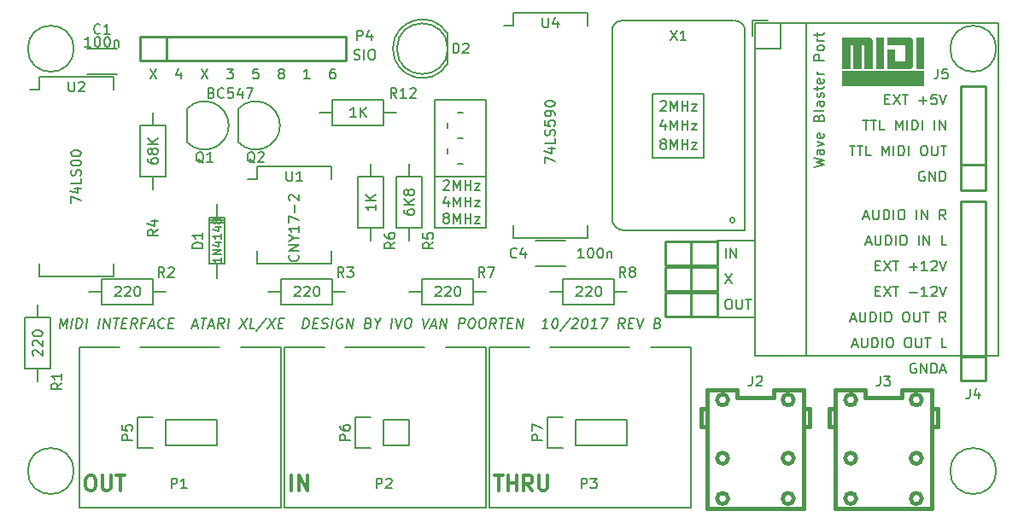
<source format=gto>
G04 #@! TF.FileFunction,Legend,Top*
%FSLAX46Y46*%
G04 Gerber Fmt 4.6, Leading zero omitted, Abs format (unit mm)*
G04 Created by KiCad (PCBNEW 4.0.5+dfsg1-4) date Fri Oct 27 15:57:28 2017*
%MOMM*%
%LPD*%
G01*
G04 APERTURE LIST*
%ADD10C,0.100000*%
%ADD11C,0.200000*%
%ADD12C,0.180000*%
%ADD13C,0.300000*%
%ADD14C,0.150000*%
%ADD15C,0.254000*%
%ADD16C,0.381000*%
%ADD17C,0.010000*%
G04 APERTURE END LIST*
D10*
D11*
X114046000Y-35560000D02*
X114554000Y-35560000D01*
X114046000Y-33020000D02*
X114554000Y-33020000D01*
X114046000Y-30480000D02*
X114554000Y-30480000D01*
X113030000Y-34036000D02*
X113030000Y-34544000D01*
X113030000Y-31496000D02*
X113030000Y-32004000D01*
X111760000Y-29210000D02*
X111760000Y-36830000D01*
X114300000Y-29210000D02*
X111760000Y-29210000D01*
X116840000Y-29210000D02*
X116840000Y-36830000D01*
X114300000Y-29210000D02*
X116840000Y-29210000D01*
X111760000Y-36830000D02*
X116840000Y-36830000D01*
X133350000Y-34925000D02*
X133350000Y-28575000D01*
X138430000Y-34925000D02*
X133350000Y-34925000D01*
X138430000Y-28575000D02*
X138430000Y-34925000D01*
X133350000Y-28575000D02*
X138430000Y-28575000D01*
X139700000Y-43180000D02*
X143510000Y-43180000D01*
X139700000Y-50800000D02*
X143510000Y-50800000D01*
X116840000Y-41910000D02*
X116840000Y-36830000D01*
X111760000Y-41910000D02*
X116840000Y-41910000D01*
X111760000Y-36830000D02*
X111760000Y-41910000D01*
X159417143Y-55380000D02*
X159321905Y-55332381D01*
X159179048Y-55332381D01*
X159036190Y-55380000D01*
X158940952Y-55475238D01*
X158893333Y-55570476D01*
X158845714Y-55760952D01*
X158845714Y-55903810D01*
X158893333Y-56094286D01*
X158940952Y-56189524D01*
X159036190Y-56284762D01*
X159179048Y-56332381D01*
X159274286Y-56332381D01*
X159417143Y-56284762D01*
X159464762Y-56237143D01*
X159464762Y-55903810D01*
X159274286Y-55903810D01*
X159893333Y-56332381D02*
X159893333Y-55332381D01*
X160464762Y-56332381D01*
X160464762Y-55332381D01*
X160940952Y-56332381D02*
X160940952Y-55332381D01*
X161179047Y-55332381D01*
X161321905Y-55380000D01*
X161417143Y-55475238D01*
X161464762Y-55570476D01*
X161512381Y-55760952D01*
X161512381Y-55903810D01*
X161464762Y-56094286D01*
X161417143Y-56189524D01*
X161321905Y-56284762D01*
X161179047Y-56332381D01*
X160940952Y-56332381D01*
X161893333Y-56046667D02*
X162369524Y-56046667D01*
X161798095Y-56332381D02*
X162131428Y-55332381D01*
X162464762Y-56332381D01*
X153131428Y-53506667D02*
X153607619Y-53506667D01*
X153036190Y-53792381D02*
X153369523Y-52792381D01*
X153702857Y-53792381D01*
X154036190Y-52792381D02*
X154036190Y-53601905D01*
X154083809Y-53697143D01*
X154131428Y-53744762D01*
X154226666Y-53792381D01*
X154417143Y-53792381D01*
X154512381Y-53744762D01*
X154560000Y-53697143D01*
X154607619Y-53601905D01*
X154607619Y-52792381D01*
X155083809Y-53792381D02*
X155083809Y-52792381D01*
X155321904Y-52792381D01*
X155464762Y-52840000D01*
X155560000Y-52935238D01*
X155607619Y-53030476D01*
X155655238Y-53220952D01*
X155655238Y-53363810D01*
X155607619Y-53554286D01*
X155560000Y-53649524D01*
X155464762Y-53744762D01*
X155321904Y-53792381D01*
X155083809Y-53792381D01*
X156083809Y-53792381D02*
X156083809Y-52792381D01*
X156750475Y-52792381D02*
X156940952Y-52792381D01*
X157036190Y-52840000D01*
X157131428Y-52935238D01*
X157179047Y-53125714D01*
X157179047Y-53459048D01*
X157131428Y-53649524D01*
X157036190Y-53744762D01*
X156940952Y-53792381D01*
X156750475Y-53792381D01*
X156655237Y-53744762D01*
X156559999Y-53649524D01*
X156512380Y-53459048D01*
X156512380Y-53125714D01*
X156559999Y-52935238D01*
X156655237Y-52840000D01*
X156750475Y-52792381D01*
X158559999Y-52792381D02*
X158750476Y-52792381D01*
X158845714Y-52840000D01*
X158940952Y-52935238D01*
X158988571Y-53125714D01*
X158988571Y-53459048D01*
X158940952Y-53649524D01*
X158845714Y-53744762D01*
X158750476Y-53792381D01*
X158559999Y-53792381D01*
X158464761Y-53744762D01*
X158369523Y-53649524D01*
X158321904Y-53459048D01*
X158321904Y-53125714D01*
X158369523Y-52935238D01*
X158464761Y-52840000D01*
X158559999Y-52792381D01*
X159417142Y-52792381D02*
X159417142Y-53601905D01*
X159464761Y-53697143D01*
X159512380Y-53744762D01*
X159607618Y-53792381D01*
X159798095Y-53792381D01*
X159893333Y-53744762D01*
X159940952Y-53697143D01*
X159988571Y-53601905D01*
X159988571Y-52792381D01*
X160321904Y-52792381D02*
X160893333Y-52792381D01*
X160607618Y-53792381D02*
X160607618Y-52792381D01*
X162464762Y-53792381D02*
X161988571Y-53792381D01*
X161988571Y-52792381D01*
X152940952Y-50966667D02*
X153417143Y-50966667D01*
X152845714Y-51252381D02*
X153179047Y-50252381D01*
X153512381Y-51252381D01*
X153845714Y-50252381D02*
X153845714Y-51061905D01*
X153893333Y-51157143D01*
X153940952Y-51204762D01*
X154036190Y-51252381D01*
X154226667Y-51252381D01*
X154321905Y-51204762D01*
X154369524Y-51157143D01*
X154417143Y-51061905D01*
X154417143Y-50252381D01*
X154893333Y-51252381D02*
X154893333Y-50252381D01*
X155131428Y-50252381D01*
X155274286Y-50300000D01*
X155369524Y-50395238D01*
X155417143Y-50490476D01*
X155464762Y-50680952D01*
X155464762Y-50823810D01*
X155417143Y-51014286D01*
X155369524Y-51109524D01*
X155274286Y-51204762D01*
X155131428Y-51252381D01*
X154893333Y-51252381D01*
X155893333Y-51252381D02*
X155893333Y-50252381D01*
X156559999Y-50252381D02*
X156750476Y-50252381D01*
X156845714Y-50300000D01*
X156940952Y-50395238D01*
X156988571Y-50585714D01*
X156988571Y-50919048D01*
X156940952Y-51109524D01*
X156845714Y-51204762D01*
X156750476Y-51252381D01*
X156559999Y-51252381D01*
X156464761Y-51204762D01*
X156369523Y-51109524D01*
X156321904Y-50919048D01*
X156321904Y-50585714D01*
X156369523Y-50395238D01*
X156464761Y-50300000D01*
X156559999Y-50252381D01*
X158369523Y-50252381D02*
X158560000Y-50252381D01*
X158655238Y-50300000D01*
X158750476Y-50395238D01*
X158798095Y-50585714D01*
X158798095Y-50919048D01*
X158750476Y-51109524D01*
X158655238Y-51204762D01*
X158560000Y-51252381D01*
X158369523Y-51252381D01*
X158274285Y-51204762D01*
X158179047Y-51109524D01*
X158131428Y-50919048D01*
X158131428Y-50585714D01*
X158179047Y-50395238D01*
X158274285Y-50300000D01*
X158369523Y-50252381D01*
X159226666Y-50252381D02*
X159226666Y-51061905D01*
X159274285Y-51157143D01*
X159321904Y-51204762D01*
X159417142Y-51252381D01*
X159607619Y-51252381D01*
X159702857Y-51204762D01*
X159750476Y-51157143D01*
X159798095Y-51061905D01*
X159798095Y-50252381D01*
X160131428Y-50252381D02*
X160702857Y-50252381D01*
X160417142Y-51252381D02*
X160417142Y-50252381D01*
X162369524Y-51252381D02*
X162036190Y-50776190D01*
X161798095Y-51252381D02*
X161798095Y-50252381D01*
X162179048Y-50252381D01*
X162274286Y-50300000D01*
X162321905Y-50347619D01*
X162369524Y-50442857D01*
X162369524Y-50585714D01*
X162321905Y-50680952D01*
X162274286Y-50728571D01*
X162179048Y-50776190D01*
X161798095Y-50776190D01*
X155417142Y-48188571D02*
X155750476Y-48188571D01*
X155893333Y-48712381D02*
X155417142Y-48712381D01*
X155417142Y-47712381D01*
X155893333Y-47712381D01*
X156226666Y-47712381D02*
X156893333Y-48712381D01*
X156893333Y-47712381D02*
X156226666Y-48712381D01*
X157131428Y-47712381D02*
X157702857Y-47712381D01*
X157417142Y-48712381D02*
X157417142Y-47712381D01*
X158798095Y-48331429D02*
X159560000Y-48331429D01*
X160560000Y-48712381D02*
X159988571Y-48712381D01*
X160274285Y-48712381D02*
X160274285Y-47712381D01*
X160179047Y-47855238D01*
X160083809Y-47950476D01*
X159988571Y-47998095D01*
X160940952Y-47807619D02*
X160988571Y-47760000D01*
X161083809Y-47712381D01*
X161321905Y-47712381D01*
X161417143Y-47760000D01*
X161464762Y-47807619D01*
X161512381Y-47902857D01*
X161512381Y-47998095D01*
X161464762Y-48140952D01*
X160893333Y-48712381D01*
X161512381Y-48712381D01*
X161798095Y-47712381D02*
X162131428Y-48712381D01*
X162464762Y-47712381D01*
X155417142Y-45648571D02*
X155750476Y-45648571D01*
X155893333Y-46172381D02*
X155417142Y-46172381D01*
X155417142Y-45172381D01*
X155893333Y-45172381D01*
X156226666Y-45172381D02*
X156893333Y-46172381D01*
X156893333Y-45172381D02*
X156226666Y-46172381D01*
X157131428Y-45172381D02*
X157702857Y-45172381D01*
X157417142Y-46172381D02*
X157417142Y-45172381D01*
X158798095Y-45791429D02*
X159560000Y-45791429D01*
X159179048Y-46172381D02*
X159179048Y-45410476D01*
X160560000Y-46172381D02*
X159988571Y-46172381D01*
X160274285Y-46172381D02*
X160274285Y-45172381D01*
X160179047Y-45315238D01*
X160083809Y-45410476D01*
X159988571Y-45458095D01*
X160940952Y-45267619D02*
X160988571Y-45220000D01*
X161083809Y-45172381D01*
X161321905Y-45172381D01*
X161417143Y-45220000D01*
X161464762Y-45267619D01*
X161512381Y-45362857D01*
X161512381Y-45458095D01*
X161464762Y-45600952D01*
X160893333Y-46172381D01*
X161512381Y-46172381D01*
X161798095Y-45172381D02*
X162131428Y-46172381D01*
X162464762Y-45172381D01*
X154464762Y-43346667D02*
X154940953Y-43346667D01*
X154369524Y-43632381D02*
X154702857Y-42632381D01*
X155036191Y-43632381D01*
X155369524Y-42632381D02*
X155369524Y-43441905D01*
X155417143Y-43537143D01*
X155464762Y-43584762D01*
X155560000Y-43632381D01*
X155750477Y-43632381D01*
X155845715Y-43584762D01*
X155893334Y-43537143D01*
X155940953Y-43441905D01*
X155940953Y-42632381D01*
X156417143Y-43632381D02*
X156417143Y-42632381D01*
X156655238Y-42632381D01*
X156798096Y-42680000D01*
X156893334Y-42775238D01*
X156940953Y-42870476D01*
X156988572Y-43060952D01*
X156988572Y-43203810D01*
X156940953Y-43394286D01*
X156893334Y-43489524D01*
X156798096Y-43584762D01*
X156655238Y-43632381D01*
X156417143Y-43632381D01*
X157417143Y-43632381D02*
X157417143Y-42632381D01*
X158083809Y-42632381D02*
X158274286Y-42632381D01*
X158369524Y-42680000D01*
X158464762Y-42775238D01*
X158512381Y-42965714D01*
X158512381Y-43299048D01*
X158464762Y-43489524D01*
X158369524Y-43584762D01*
X158274286Y-43632381D01*
X158083809Y-43632381D01*
X157988571Y-43584762D01*
X157893333Y-43489524D01*
X157845714Y-43299048D01*
X157845714Y-42965714D01*
X157893333Y-42775238D01*
X157988571Y-42680000D01*
X158083809Y-42632381D01*
X159702857Y-43632381D02*
X159702857Y-42632381D01*
X160179047Y-43632381D02*
X160179047Y-42632381D01*
X160750476Y-43632381D01*
X160750476Y-42632381D01*
X162464762Y-43632381D02*
X161988571Y-43632381D01*
X161988571Y-42632381D01*
X154274286Y-40806667D02*
X154750477Y-40806667D01*
X154179048Y-41092381D02*
X154512381Y-40092381D01*
X154845715Y-41092381D01*
X155179048Y-40092381D02*
X155179048Y-40901905D01*
X155226667Y-40997143D01*
X155274286Y-41044762D01*
X155369524Y-41092381D01*
X155560001Y-41092381D01*
X155655239Y-41044762D01*
X155702858Y-40997143D01*
X155750477Y-40901905D01*
X155750477Y-40092381D01*
X156226667Y-41092381D02*
X156226667Y-40092381D01*
X156464762Y-40092381D01*
X156607620Y-40140000D01*
X156702858Y-40235238D01*
X156750477Y-40330476D01*
X156798096Y-40520952D01*
X156798096Y-40663810D01*
X156750477Y-40854286D01*
X156702858Y-40949524D01*
X156607620Y-41044762D01*
X156464762Y-41092381D01*
X156226667Y-41092381D01*
X157226667Y-41092381D02*
X157226667Y-40092381D01*
X157893333Y-40092381D02*
X158083810Y-40092381D01*
X158179048Y-40140000D01*
X158274286Y-40235238D01*
X158321905Y-40425714D01*
X158321905Y-40759048D01*
X158274286Y-40949524D01*
X158179048Y-41044762D01*
X158083810Y-41092381D01*
X157893333Y-41092381D01*
X157798095Y-41044762D01*
X157702857Y-40949524D01*
X157655238Y-40759048D01*
X157655238Y-40425714D01*
X157702857Y-40235238D01*
X157798095Y-40140000D01*
X157893333Y-40092381D01*
X159512381Y-41092381D02*
X159512381Y-40092381D01*
X159988571Y-41092381D02*
X159988571Y-40092381D01*
X160560000Y-41092381D01*
X160560000Y-40092381D01*
X162369524Y-41092381D02*
X162036190Y-40616190D01*
X161798095Y-41092381D02*
X161798095Y-40092381D01*
X162179048Y-40092381D01*
X162274286Y-40140000D01*
X162321905Y-40187619D01*
X162369524Y-40282857D01*
X162369524Y-40425714D01*
X162321905Y-40520952D01*
X162274286Y-40568571D01*
X162179048Y-40616190D01*
X161798095Y-40616190D01*
X160274286Y-36330000D02*
X160179048Y-36282381D01*
X160036191Y-36282381D01*
X159893333Y-36330000D01*
X159798095Y-36425238D01*
X159750476Y-36520476D01*
X159702857Y-36710952D01*
X159702857Y-36853810D01*
X159750476Y-37044286D01*
X159798095Y-37139524D01*
X159893333Y-37234762D01*
X160036191Y-37282381D01*
X160131429Y-37282381D01*
X160274286Y-37234762D01*
X160321905Y-37187143D01*
X160321905Y-36853810D01*
X160131429Y-36853810D01*
X160750476Y-37282381D02*
X160750476Y-36282381D01*
X161321905Y-37282381D01*
X161321905Y-36282381D01*
X161798095Y-37282381D02*
X161798095Y-36282381D01*
X162036190Y-36282381D01*
X162179048Y-36330000D01*
X162274286Y-36425238D01*
X162321905Y-36520476D01*
X162369524Y-36710952D01*
X162369524Y-36853810D01*
X162321905Y-37044286D01*
X162274286Y-37139524D01*
X162179048Y-37234762D01*
X162036190Y-37282381D01*
X161798095Y-37282381D01*
X152845714Y-33742381D02*
X153417143Y-33742381D01*
X153131428Y-34742381D02*
X153131428Y-33742381D01*
X153607619Y-33742381D02*
X154179048Y-33742381D01*
X153893333Y-34742381D02*
X153893333Y-33742381D01*
X154988572Y-34742381D02*
X154512381Y-34742381D01*
X154512381Y-33742381D01*
X156083810Y-34742381D02*
X156083810Y-33742381D01*
X156417144Y-34456667D01*
X156750477Y-33742381D01*
X156750477Y-34742381D01*
X157226667Y-34742381D02*
X157226667Y-33742381D01*
X157702857Y-34742381D02*
X157702857Y-33742381D01*
X157940952Y-33742381D01*
X158083810Y-33790000D01*
X158179048Y-33885238D01*
X158226667Y-33980476D01*
X158274286Y-34170952D01*
X158274286Y-34313810D01*
X158226667Y-34504286D01*
X158179048Y-34599524D01*
X158083810Y-34694762D01*
X157940952Y-34742381D01*
X157702857Y-34742381D01*
X158702857Y-34742381D02*
X158702857Y-33742381D01*
X160131428Y-33742381D02*
X160321905Y-33742381D01*
X160417143Y-33790000D01*
X160512381Y-33885238D01*
X160560000Y-34075714D01*
X160560000Y-34409048D01*
X160512381Y-34599524D01*
X160417143Y-34694762D01*
X160321905Y-34742381D01*
X160131428Y-34742381D01*
X160036190Y-34694762D01*
X159940952Y-34599524D01*
X159893333Y-34409048D01*
X159893333Y-34075714D01*
X159940952Y-33885238D01*
X160036190Y-33790000D01*
X160131428Y-33742381D01*
X160988571Y-33742381D02*
X160988571Y-34551905D01*
X161036190Y-34647143D01*
X161083809Y-34694762D01*
X161179047Y-34742381D01*
X161369524Y-34742381D01*
X161464762Y-34694762D01*
X161512381Y-34647143D01*
X161560000Y-34551905D01*
X161560000Y-33742381D01*
X161893333Y-33742381D02*
X162464762Y-33742381D01*
X162179047Y-34742381D02*
X162179047Y-33742381D01*
X154179048Y-31202381D02*
X154750477Y-31202381D01*
X154464762Y-32202381D02*
X154464762Y-31202381D01*
X154940953Y-31202381D02*
X155512382Y-31202381D01*
X155226667Y-32202381D02*
X155226667Y-31202381D01*
X156321906Y-32202381D02*
X155845715Y-32202381D01*
X155845715Y-31202381D01*
X157417144Y-32202381D02*
X157417144Y-31202381D01*
X157750478Y-31916667D01*
X158083811Y-31202381D01*
X158083811Y-32202381D01*
X158560001Y-32202381D02*
X158560001Y-31202381D01*
X159036191Y-32202381D02*
X159036191Y-31202381D01*
X159274286Y-31202381D01*
X159417144Y-31250000D01*
X159512382Y-31345238D01*
X159560001Y-31440476D01*
X159607620Y-31630952D01*
X159607620Y-31773810D01*
X159560001Y-31964286D01*
X159512382Y-32059524D01*
X159417144Y-32154762D01*
X159274286Y-32202381D01*
X159036191Y-32202381D01*
X160036191Y-32202381D02*
X160036191Y-31202381D01*
X161274286Y-32202381D02*
X161274286Y-31202381D01*
X161750476Y-32202381D02*
X161750476Y-31202381D01*
X162321905Y-32202381D01*
X162321905Y-31202381D01*
X156369523Y-29138571D02*
X156702857Y-29138571D01*
X156845714Y-29662381D02*
X156369523Y-29662381D01*
X156369523Y-28662381D01*
X156845714Y-28662381D01*
X157179047Y-28662381D02*
X157845714Y-29662381D01*
X157845714Y-28662381D02*
X157179047Y-29662381D01*
X158083809Y-28662381D02*
X158655238Y-28662381D01*
X158369523Y-29662381D02*
X158369523Y-28662381D01*
X159750476Y-29281429D02*
X160512381Y-29281429D01*
X160131429Y-29662381D02*
X160131429Y-28900476D01*
X161464762Y-28662381D02*
X160988571Y-28662381D01*
X160940952Y-29138571D01*
X160988571Y-29090952D01*
X161083809Y-29043333D01*
X161321905Y-29043333D01*
X161417143Y-29090952D01*
X161464762Y-29138571D01*
X161512381Y-29233810D01*
X161512381Y-29471905D01*
X161464762Y-29567143D01*
X161417143Y-29614762D01*
X161321905Y-29662381D01*
X161083809Y-29662381D01*
X160988571Y-29614762D01*
X160940952Y-29567143D01*
X161798095Y-28662381D02*
X162131428Y-29662381D01*
X162464762Y-28662381D01*
D12*
X140763571Y-48982381D02*
X140954048Y-48982381D01*
X141049286Y-49030000D01*
X141144524Y-49125238D01*
X141192143Y-49315714D01*
X141192143Y-49649048D01*
X141144524Y-49839524D01*
X141049286Y-49934762D01*
X140954048Y-49982381D01*
X140763571Y-49982381D01*
X140668333Y-49934762D01*
X140573095Y-49839524D01*
X140525476Y-49649048D01*
X140525476Y-49315714D01*
X140573095Y-49125238D01*
X140668333Y-49030000D01*
X140763571Y-48982381D01*
X141620714Y-48982381D02*
X141620714Y-49791905D01*
X141668333Y-49887143D01*
X141715952Y-49934762D01*
X141811190Y-49982381D01*
X142001667Y-49982381D01*
X142096905Y-49934762D01*
X142144524Y-49887143D01*
X142192143Y-49791905D01*
X142192143Y-48982381D01*
X142525476Y-48982381D02*
X143096905Y-48982381D01*
X142811190Y-49982381D02*
X142811190Y-48982381D01*
X140477857Y-46442381D02*
X141144524Y-47442381D01*
X141144524Y-46442381D02*
X140477857Y-47442381D01*
X140573095Y-44902381D02*
X140573095Y-43902381D01*
X141049285Y-44902381D02*
X141049285Y-43902381D01*
X141620714Y-44902381D01*
X141620714Y-43902381D01*
D11*
X143510000Y-54610000D02*
X167640000Y-54610000D01*
X167640000Y-21590000D02*
X143510000Y-21590000D01*
X167640000Y-54610000D02*
X167640000Y-21590000D01*
X143510000Y-21590000D02*
X143510000Y-54610000D01*
D13*
X77477857Y-66488571D02*
X77763571Y-66488571D01*
X77906429Y-66560000D01*
X78049286Y-66702857D01*
X78120714Y-66988571D01*
X78120714Y-67488571D01*
X78049286Y-67774286D01*
X77906429Y-67917143D01*
X77763571Y-67988571D01*
X77477857Y-67988571D01*
X77335000Y-67917143D01*
X77192143Y-67774286D01*
X77120714Y-67488571D01*
X77120714Y-66988571D01*
X77192143Y-66702857D01*
X77335000Y-66560000D01*
X77477857Y-66488571D01*
X78763572Y-66488571D02*
X78763572Y-67702857D01*
X78835000Y-67845714D01*
X78906429Y-67917143D01*
X79049286Y-67988571D01*
X79335000Y-67988571D01*
X79477858Y-67917143D01*
X79549286Y-67845714D01*
X79620715Y-67702857D01*
X79620715Y-66488571D01*
X80120715Y-66488571D02*
X80977858Y-66488571D01*
X80549287Y-67988571D02*
X80549287Y-66488571D01*
D14*
X88566667Y-26122381D02*
X89233334Y-27122381D01*
X89233334Y-26122381D02*
X88566667Y-27122381D01*
X83486667Y-26122381D02*
X84153334Y-27122381D01*
X84153334Y-26122381D02*
X83486667Y-27122381D01*
X103727381Y-25169762D02*
X103870238Y-25217381D01*
X104108334Y-25217381D01*
X104203572Y-25169762D01*
X104251191Y-25122143D01*
X104298810Y-25026905D01*
X104298810Y-24931667D01*
X104251191Y-24836429D01*
X104203572Y-24788810D01*
X104108334Y-24741190D01*
X103917857Y-24693571D01*
X103822619Y-24645952D01*
X103775000Y-24598333D01*
X103727381Y-24503095D01*
X103727381Y-24407857D01*
X103775000Y-24312619D01*
X103822619Y-24265000D01*
X103917857Y-24217381D01*
X104155953Y-24217381D01*
X104298810Y-24265000D01*
X104727381Y-25217381D02*
X104727381Y-24217381D01*
X105394047Y-24217381D02*
X105584524Y-24217381D01*
X105679762Y-24265000D01*
X105775000Y-24360238D01*
X105822619Y-24550714D01*
X105822619Y-24884048D01*
X105775000Y-25074524D01*
X105679762Y-25169762D01*
X105584524Y-25217381D01*
X105394047Y-25217381D01*
X105298809Y-25169762D01*
X105203571Y-25074524D01*
X105155952Y-24884048D01*
X105155952Y-24550714D01*
X105203571Y-24360238D01*
X105298809Y-24265000D01*
X105394047Y-24217381D01*
X91106667Y-26122381D02*
X91725715Y-26122381D01*
X91392381Y-26503333D01*
X91535239Y-26503333D01*
X91630477Y-26550952D01*
X91678096Y-26598571D01*
X91725715Y-26693810D01*
X91725715Y-26931905D01*
X91678096Y-27027143D01*
X91630477Y-27074762D01*
X91535239Y-27122381D01*
X91249524Y-27122381D01*
X91154286Y-27074762D01*
X91106667Y-27027143D01*
X99345715Y-27122381D02*
X98774286Y-27122381D01*
X99060000Y-27122381D02*
X99060000Y-26122381D01*
X98964762Y-26265238D01*
X98869524Y-26360476D01*
X98774286Y-26408095D01*
X86550477Y-26455714D02*
X86550477Y-27122381D01*
X86312381Y-26074762D02*
X86074286Y-26789048D01*
X86693334Y-26789048D01*
X94218096Y-26122381D02*
X93741905Y-26122381D01*
X93694286Y-26598571D01*
X93741905Y-26550952D01*
X93837143Y-26503333D01*
X94075239Y-26503333D01*
X94170477Y-26550952D01*
X94218096Y-26598571D01*
X94265715Y-26693810D01*
X94265715Y-26931905D01*
X94218096Y-27027143D01*
X94170477Y-27074762D01*
X94075239Y-27122381D01*
X93837143Y-27122381D01*
X93741905Y-27074762D01*
X93694286Y-27027143D01*
X101790477Y-26122381D02*
X101600000Y-26122381D01*
X101504762Y-26170000D01*
X101457143Y-26217619D01*
X101361905Y-26360476D01*
X101314286Y-26550952D01*
X101314286Y-26931905D01*
X101361905Y-27027143D01*
X101409524Y-27074762D01*
X101504762Y-27122381D01*
X101695239Y-27122381D01*
X101790477Y-27074762D01*
X101838096Y-27027143D01*
X101885715Y-26931905D01*
X101885715Y-26693810D01*
X101838096Y-26598571D01*
X101790477Y-26550952D01*
X101695239Y-26503333D01*
X101504762Y-26503333D01*
X101409524Y-26550952D01*
X101361905Y-26598571D01*
X101314286Y-26693810D01*
X96424762Y-26550952D02*
X96329524Y-26503333D01*
X96281905Y-26455714D01*
X96234286Y-26360476D01*
X96234286Y-26312857D01*
X96281905Y-26217619D01*
X96329524Y-26170000D01*
X96424762Y-26122381D01*
X96615239Y-26122381D01*
X96710477Y-26170000D01*
X96758096Y-26217619D01*
X96805715Y-26312857D01*
X96805715Y-26360476D01*
X96758096Y-26455714D01*
X96710477Y-26503333D01*
X96615239Y-26550952D01*
X96424762Y-26550952D01*
X96329524Y-26598571D01*
X96281905Y-26646190D01*
X96234286Y-26741429D01*
X96234286Y-26931905D01*
X96281905Y-27027143D01*
X96329524Y-27074762D01*
X96424762Y-27122381D01*
X96615239Y-27122381D01*
X96710477Y-27074762D01*
X96758096Y-27027143D01*
X96805715Y-26931905D01*
X96805715Y-26741429D01*
X96758096Y-26646190D01*
X96710477Y-26598571D01*
X96615239Y-26550952D01*
X112585476Y-37267619D02*
X112633095Y-37220000D01*
X112728333Y-37172381D01*
X112966429Y-37172381D01*
X113061667Y-37220000D01*
X113109286Y-37267619D01*
X113156905Y-37362857D01*
X113156905Y-37458095D01*
X113109286Y-37600952D01*
X112537857Y-38172381D01*
X113156905Y-38172381D01*
X113585476Y-38172381D02*
X113585476Y-37172381D01*
X113918810Y-37886667D01*
X114252143Y-37172381D01*
X114252143Y-38172381D01*
X114728333Y-38172381D02*
X114728333Y-37172381D01*
X114728333Y-37648571D02*
X115299762Y-37648571D01*
X115299762Y-38172381D02*
X115299762Y-37172381D01*
X115680714Y-37505714D02*
X116204524Y-37505714D01*
X115680714Y-38172381D01*
X116204524Y-38172381D01*
X113061667Y-39155714D02*
X113061667Y-39822381D01*
X112823571Y-38774762D02*
X112585476Y-39489048D01*
X113204524Y-39489048D01*
X113585476Y-39822381D02*
X113585476Y-38822381D01*
X113918810Y-39536667D01*
X114252143Y-38822381D01*
X114252143Y-39822381D01*
X114728333Y-39822381D02*
X114728333Y-38822381D01*
X114728333Y-39298571D02*
X115299762Y-39298571D01*
X115299762Y-39822381D02*
X115299762Y-38822381D01*
X115680714Y-39155714D02*
X116204524Y-39155714D01*
X115680714Y-39822381D01*
X116204524Y-39822381D01*
X112775952Y-40900952D02*
X112680714Y-40853333D01*
X112633095Y-40805714D01*
X112585476Y-40710476D01*
X112585476Y-40662857D01*
X112633095Y-40567619D01*
X112680714Y-40520000D01*
X112775952Y-40472381D01*
X112966429Y-40472381D01*
X113061667Y-40520000D01*
X113109286Y-40567619D01*
X113156905Y-40662857D01*
X113156905Y-40710476D01*
X113109286Y-40805714D01*
X113061667Y-40853333D01*
X112966429Y-40900952D01*
X112775952Y-40900952D01*
X112680714Y-40948571D01*
X112633095Y-40996190D01*
X112585476Y-41091429D01*
X112585476Y-41281905D01*
X112633095Y-41377143D01*
X112680714Y-41424762D01*
X112775952Y-41472381D01*
X112966429Y-41472381D01*
X113061667Y-41424762D01*
X113109286Y-41377143D01*
X113156905Y-41281905D01*
X113156905Y-41091429D01*
X113109286Y-40996190D01*
X113061667Y-40948571D01*
X112966429Y-40900952D01*
X113585476Y-41472381D02*
X113585476Y-40472381D01*
X113918810Y-41186667D01*
X114252143Y-40472381D01*
X114252143Y-41472381D01*
X114728333Y-41472381D02*
X114728333Y-40472381D01*
X114728333Y-40948571D02*
X115299762Y-40948571D01*
X115299762Y-41472381D02*
X115299762Y-40472381D01*
X115680714Y-40805714D02*
X116204524Y-40805714D01*
X115680714Y-41472381D01*
X116204524Y-41472381D01*
X134104286Y-29392619D02*
X134151905Y-29345000D01*
X134247143Y-29297381D01*
X134485239Y-29297381D01*
X134580477Y-29345000D01*
X134628096Y-29392619D01*
X134675715Y-29487857D01*
X134675715Y-29583095D01*
X134628096Y-29725952D01*
X134056667Y-30297381D01*
X134675715Y-30297381D01*
X135104286Y-30297381D02*
X135104286Y-29297381D01*
X135437620Y-30011667D01*
X135770953Y-29297381D01*
X135770953Y-30297381D01*
X136247143Y-30297381D02*
X136247143Y-29297381D01*
X136247143Y-29773571D02*
X136818572Y-29773571D01*
X136818572Y-30297381D02*
X136818572Y-29297381D01*
X137199524Y-29630714D02*
X137723334Y-29630714D01*
X137199524Y-30297381D01*
X137723334Y-30297381D01*
X134294762Y-33535952D02*
X134199524Y-33488333D01*
X134151905Y-33440714D01*
X134104286Y-33345476D01*
X134104286Y-33297857D01*
X134151905Y-33202619D01*
X134199524Y-33155000D01*
X134294762Y-33107381D01*
X134485239Y-33107381D01*
X134580477Y-33155000D01*
X134628096Y-33202619D01*
X134675715Y-33297857D01*
X134675715Y-33345476D01*
X134628096Y-33440714D01*
X134580477Y-33488333D01*
X134485239Y-33535952D01*
X134294762Y-33535952D01*
X134199524Y-33583571D01*
X134151905Y-33631190D01*
X134104286Y-33726429D01*
X134104286Y-33916905D01*
X134151905Y-34012143D01*
X134199524Y-34059762D01*
X134294762Y-34107381D01*
X134485239Y-34107381D01*
X134580477Y-34059762D01*
X134628096Y-34012143D01*
X134675715Y-33916905D01*
X134675715Y-33726429D01*
X134628096Y-33631190D01*
X134580477Y-33583571D01*
X134485239Y-33535952D01*
X135104286Y-34107381D02*
X135104286Y-33107381D01*
X135437620Y-33821667D01*
X135770953Y-33107381D01*
X135770953Y-34107381D01*
X136247143Y-34107381D02*
X136247143Y-33107381D01*
X136247143Y-33583571D02*
X136818572Y-33583571D01*
X136818572Y-34107381D02*
X136818572Y-33107381D01*
X137199524Y-33440714D02*
X137723334Y-33440714D01*
X137199524Y-34107381D01*
X137723334Y-34107381D01*
D12*
X74539047Y-51887381D02*
X74664047Y-50887381D01*
X74908096Y-51601667D01*
X75330714Y-50887381D01*
X75205714Y-51887381D01*
X75681904Y-51887381D02*
X75806904Y-50887381D01*
X76158094Y-51887381D02*
X76283094Y-50887381D01*
X76521189Y-50887381D01*
X76658095Y-50935000D01*
X76741428Y-51030238D01*
X76777143Y-51125476D01*
X76800952Y-51315952D01*
X76783095Y-51458810D01*
X76711666Y-51649286D01*
X76652143Y-51744524D01*
X76545000Y-51839762D01*
X76396189Y-51887381D01*
X76158094Y-51887381D01*
X77158094Y-51887381D02*
X77283094Y-50887381D01*
X78396189Y-51887381D02*
X78521189Y-50887381D01*
X78872379Y-51887381D02*
X78997379Y-50887381D01*
X79443808Y-51887381D01*
X79568808Y-50887381D01*
X79902141Y-50887381D02*
X80473570Y-50887381D01*
X80062855Y-51887381D02*
X80187855Y-50887381D01*
X80747380Y-51363571D02*
X81080714Y-51363571D01*
X81158094Y-51887381D02*
X80681903Y-51887381D01*
X80806903Y-50887381D01*
X81283094Y-50887381D01*
X82158094Y-51887381D02*
X81884284Y-51411190D01*
X81586665Y-51887381D02*
X81711665Y-50887381D01*
X82092618Y-50887381D01*
X82181904Y-50935000D01*
X82223571Y-50982619D01*
X82259285Y-51077857D01*
X82241428Y-51220714D01*
X82181904Y-51315952D01*
X82128333Y-51363571D01*
X82027142Y-51411190D01*
X81646189Y-51411190D01*
X82985476Y-51363571D02*
X82652142Y-51363571D01*
X82586665Y-51887381D02*
X82711665Y-50887381D01*
X83187856Y-50887381D01*
X83431904Y-51601667D02*
X83908095Y-51601667D01*
X83300951Y-51887381D02*
X83759284Y-50887381D01*
X83967618Y-51887381D01*
X84884285Y-51792143D02*
X84830714Y-51839762D01*
X84681904Y-51887381D01*
X84586666Y-51887381D01*
X84449761Y-51839762D01*
X84366428Y-51744524D01*
X84330713Y-51649286D01*
X84306904Y-51458810D01*
X84324761Y-51315952D01*
X84396190Y-51125476D01*
X84455713Y-51030238D01*
X84562856Y-50935000D01*
X84711666Y-50887381D01*
X84806904Y-50887381D01*
X84943809Y-50935000D01*
X84985476Y-50982619D01*
X85366428Y-51363571D02*
X85699762Y-51363571D01*
X85777142Y-51887381D02*
X85300951Y-51887381D01*
X85425951Y-50887381D01*
X85902142Y-50887381D01*
X87717619Y-51601667D02*
X88193810Y-51601667D01*
X87586666Y-51887381D02*
X88044999Y-50887381D01*
X88253333Y-51887381D01*
X88568809Y-50887381D02*
X89140238Y-50887381D01*
X88729523Y-51887381D02*
X88854523Y-50887381D01*
X89336667Y-51601667D02*
X89812858Y-51601667D01*
X89205714Y-51887381D02*
X89664047Y-50887381D01*
X89872381Y-51887381D01*
X90777143Y-51887381D02*
X90503333Y-51411190D01*
X90205714Y-51887381D02*
X90330714Y-50887381D01*
X90711667Y-50887381D01*
X90800953Y-50935000D01*
X90842620Y-50982619D01*
X90878334Y-51077857D01*
X90860477Y-51220714D01*
X90800953Y-51315952D01*
X90747382Y-51363571D01*
X90646191Y-51411190D01*
X90265238Y-51411190D01*
X91205714Y-51887381D02*
X91330714Y-50887381D01*
X92473571Y-50887381D02*
X93015238Y-51887381D01*
X93140238Y-50887381D02*
X92348571Y-51887381D01*
X93872381Y-51887381D02*
X93396190Y-51887381D01*
X93521190Y-50887381D01*
X95050953Y-50839762D02*
X94033095Y-52125476D01*
X95283095Y-50887381D02*
X95824762Y-51887381D01*
X95949762Y-50887381D02*
X95158095Y-51887381D01*
X96271191Y-51363571D02*
X96604525Y-51363571D01*
X96681905Y-51887381D02*
X96205714Y-51887381D01*
X96330714Y-50887381D01*
X96806905Y-50887381D01*
X98634286Y-51887381D02*
X98759286Y-50887381D01*
X98997381Y-50887381D01*
X99134287Y-50935000D01*
X99217620Y-51030238D01*
X99253335Y-51125476D01*
X99277144Y-51315952D01*
X99259287Y-51458810D01*
X99187858Y-51649286D01*
X99128335Y-51744524D01*
X99021192Y-51839762D01*
X98872381Y-51887381D01*
X98634286Y-51887381D01*
X99699763Y-51363571D02*
X100033097Y-51363571D01*
X100110477Y-51887381D02*
X99634286Y-51887381D01*
X99759286Y-50887381D01*
X100235477Y-50887381D01*
X100497382Y-51839762D02*
X100634286Y-51887381D01*
X100872382Y-51887381D01*
X100973573Y-51839762D01*
X101027144Y-51792143D01*
X101086668Y-51696905D01*
X101098573Y-51601667D01*
X101062858Y-51506429D01*
X101021192Y-51458810D01*
X100931906Y-51411190D01*
X100747382Y-51363571D01*
X100658096Y-51315952D01*
X100616429Y-51268333D01*
X100580715Y-51173095D01*
X100592620Y-51077857D01*
X100652144Y-50982619D01*
X100705715Y-50935000D01*
X100806905Y-50887381D01*
X101045001Y-50887381D01*
X101181906Y-50935000D01*
X101491429Y-51887381D02*
X101616429Y-50887381D01*
X102610477Y-50935000D02*
X102521191Y-50887381D01*
X102378334Y-50887381D01*
X102229524Y-50935000D01*
X102122381Y-51030238D01*
X102062858Y-51125476D01*
X101991429Y-51315952D01*
X101973572Y-51458810D01*
X101997381Y-51649286D01*
X102033096Y-51744524D01*
X102116429Y-51839762D01*
X102253334Y-51887381D01*
X102348572Y-51887381D01*
X102497382Y-51839762D01*
X102550953Y-51792143D01*
X102592620Y-51458810D01*
X102402144Y-51458810D01*
X102967619Y-51887381D02*
X103092619Y-50887381D01*
X103539048Y-51887381D01*
X103664048Y-50887381D01*
X105175954Y-51363571D02*
X105312858Y-51411190D01*
X105354525Y-51458810D01*
X105390239Y-51554048D01*
X105372382Y-51696905D01*
X105312858Y-51792143D01*
X105259287Y-51839762D01*
X105158096Y-51887381D01*
X104777143Y-51887381D01*
X104902143Y-50887381D01*
X105235477Y-50887381D01*
X105324763Y-50935000D01*
X105366430Y-50982619D01*
X105402144Y-51077857D01*
X105390239Y-51173095D01*
X105330715Y-51268333D01*
X105277144Y-51315952D01*
X105175954Y-51363571D01*
X104842620Y-51363571D01*
X106027143Y-51411190D02*
X105967619Y-51887381D01*
X105759286Y-50887381D02*
X106027143Y-51411190D01*
X106425953Y-50887381D01*
X107396191Y-51887381D02*
X107521191Y-50887381D01*
X107854524Y-50887381D02*
X108062857Y-51887381D01*
X108521191Y-50887381D01*
X109045000Y-50887381D02*
X109235477Y-50887381D01*
X109324763Y-50935000D01*
X109408096Y-51030238D01*
X109431906Y-51220714D01*
X109390239Y-51554048D01*
X109318811Y-51744524D01*
X109211668Y-51839762D01*
X109110477Y-51887381D01*
X108920000Y-51887381D01*
X108830715Y-51839762D01*
X108747382Y-51744524D01*
X108723572Y-51554048D01*
X108765239Y-51220714D01*
X108836667Y-51030238D01*
X108943810Y-50935000D01*
X109045000Y-50887381D01*
X110521191Y-50887381D02*
X110729524Y-51887381D01*
X111187858Y-50887381D01*
X111384287Y-51601667D02*
X111860478Y-51601667D01*
X111253334Y-51887381D02*
X111711667Y-50887381D01*
X111920001Y-51887381D01*
X112253334Y-51887381D02*
X112378334Y-50887381D01*
X112824763Y-51887381D01*
X112949763Y-50887381D01*
X114062858Y-51887381D02*
X114187858Y-50887381D01*
X114568811Y-50887381D01*
X114658097Y-50935000D01*
X114699764Y-50982619D01*
X114735478Y-51077857D01*
X114717621Y-51220714D01*
X114658097Y-51315952D01*
X114604526Y-51363571D01*
X114503335Y-51411190D01*
X114122382Y-51411190D01*
X115378334Y-50887381D02*
X115568811Y-50887381D01*
X115658097Y-50935000D01*
X115741430Y-51030238D01*
X115765240Y-51220714D01*
X115723573Y-51554048D01*
X115652145Y-51744524D01*
X115545002Y-51839762D01*
X115443811Y-51887381D01*
X115253334Y-51887381D01*
X115164049Y-51839762D01*
X115080716Y-51744524D01*
X115056906Y-51554048D01*
X115098573Y-51220714D01*
X115170001Y-51030238D01*
X115277144Y-50935000D01*
X115378334Y-50887381D01*
X116425953Y-50887381D02*
X116616430Y-50887381D01*
X116705716Y-50935000D01*
X116789049Y-51030238D01*
X116812859Y-51220714D01*
X116771192Y-51554048D01*
X116699764Y-51744524D01*
X116592621Y-51839762D01*
X116491430Y-51887381D01*
X116300953Y-51887381D01*
X116211668Y-51839762D01*
X116128335Y-51744524D01*
X116104525Y-51554048D01*
X116146192Y-51220714D01*
X116217620Y-51030238D01*
X116324763Y-50935000D01*
X116425953Y-50887381D01*
X117729525Y-51887381D02*
X117455715Y-51411190D01*
X117158096Y-51887381D02*
X117283096Y-50887381D01*
X117664049Y-50887381D01*
X117753335Y-50935000D01*
X117795002Y-50982619D01*
X117830716Y-51077857D01*
X117812859Y-51220714D01*
X117753335Y-51315952D01*
X117699764Y-51363571D01*
X117598573Y-51411190D01*
X117217620Y-51411190D01*
X118140239Y-50887381D02*
X118711668Y-50887381D01*
X118300953Y-51887381D02*
X118425953Y-50887381D01*
X118985478Y-51363571D02*
X119318812Y-51363571D01*
X119396192Y-51887381D02*
X118920001Y-51887381D01*
X119045001Y-50887381D01*
X119521192Y-50887381D01*
X119824763Y-51887381D02*
X119949763Y-50887381D01*
X120396192Y-51887381D01*
X120521192Y-50887381D01*
X122920002Y-51887381D02*
X122348573Y-51887381D01*
X122634287Y-51887381D02*
X122759287Y-50887381D01*
X122646192Y-51030238D01*
X122539050Y-51125476D01*
X122437859Y-51173095D01*
X123664049Y-50887381D02*
X123759288Y-50887381D01*
X123848574Y-50935000D01*
X123890241Y-50982619D01*
X123925955Y-51077857D01*
X123949764Y-51268333D01*
X123920002Y-51506429D01*
X123848574Y-51696905D01*
X123789050Y-51792143D01*
X123735479Y-51839762D01*
X123634288Y-51887381D01*
X123539049Y-51887381D01*
X123449764Y-51839762D01*
X123408097Y-51792143D01*
X123372383Y-51696905D01*
X123348573Y-51506429D01*
X123378335Y-51268333D01*
X123449764Y-51077857D01*
X123509288Y-50982619D01*
X123562859Y-50935000D01*
X123664049Y-50887381D01*
X125146193Y-50839762D02*
X124128335Y-52125476D01*
X125414050Y-50982619D02*
X125467621Y-50935000D01*
X125568811Y-50887381D01*
X125806907Y-50887381D01*
X125896193Y-50935000D01*
X125937860Y-50982619D01*
X125973574Y-51077857D01*
X125961669Y-51173095D01*
X125896193Y-51315952D01*
X125253335Y-51887381D01*
X125872383Y-51887381D01*
X126616430Y-50887381D02*
X126711669Y-50887381D01*
X126800955Y-50935000D01*
X126842622Y-50982619D01*
X126878336Y-51077857D01*
X126902145Y-51268333D01*
X126872383Y-51506429D01*
X126800955Y-51696905D01*
X126741431Y-51792143D01*
X126687860Y-51839762D01*
X126586669Y-51887381D01*
X126491430Y-51887381D01*
X126402145Y-51839762D01*
X126360478Y-51792143D01*
X126324764Y-51696905D01*
X126300954Y-51506429D01*
X126330716Y-51268333D01*
X126402145Y-51077857D01*
X126461669Y-50982619D01*
X126515240Y-50935000D01*
X126616430Y-50887381D01*
X127777145Y-51887381D02*
X127205716Y-51887381D01*
X127491430Y-51887381D02*
X127616430Y-50887381D01*
X127503335Y-51030238D01*
X127396193Y-51125476D01*
X127295002Y-51173095D01*
X128235478Y-50887381D02*
X128902145Y-50887381D01*
X128348573Y-51887381D01*
X130491431Y-51887381D02*
X130217621Y-51411190D01*
X129920002Y-51887381D02*
X130045002Y-50887381D01*
X130425955Y-50887381D01*
X130515241Y-50935000D01*
X130556908Y-50982619D01*
X130592622Y-51077857D01*
X130574765Y-51220714D01*
X130515241Y-51315952D01*
X130461670Y-51363571D01*
X130360479Y-51411190D01*
X129979526Y-51411190D01*
X130985479Y-51363571D02*
X131318813Y-51363571D01*
X131396193Y-51887381D02*
X130920002Y-51887381D01*
X131045002Y-50887381D01*
X131521193Y-50887381D01*
X131806907Y-50887381D02*
X132015240Y-51887381D01*
X132473574Y-50887381D01*
X133842623Y-51363571D02*
X133979527Y-51411190D01*
X134021194Y-51458810D01*
X134056908Y-51554048D01*
X134039051Y-51696905D01*
X133979527Y-51792143D01*
X133925956Y-51839762D01*
X133824765Y-51887381D01*
X133443812Y-51887381D01*
X133568812Y-50887381D01*
X133902146Y-50887381D01*
X133991432Y-50935000D01*
X134033099Y-50982619D01*
X134068813Y-51077857D01*
X134056908Y-51173095D01*
X133997384Y-51268333D01*
X133943813Y-51315952D01*
X133842623Y-51363571D01*
X133509289Y-51363571D01*
D13*
X117617857Y-66488571D02*
X118475000Y-66488571D01*
X118046429Y-67988571D02*
X118046429Y-66488571D01*
X118975000Y-67988571D02*
X118975000Y-66488571D01*
X118975000Y-67202857D02*
X119832143Y-67202857D01*
X119832143Y-67988571D02*
X119832143Y-66488571D01*
X121403572Y-67988571D02*
X120903572Y-67274286D01*
X120546429Y-67988571D02*
X120546429Y-66488571D01*
X121117857Y-66488571D01*
X121260715Y-66560000D01*
X121332143Y-66631429D01*
X121403572Y-66774286D01*
X121403572Y-66988571D01*
X121332143Y-67131429D01*
X121260715Y-67202857D01*
X121117857Y-67274286D01*
X120546429Y-67274286D01*
X122046429Y-66488571D02*
X122046429Y-67702857D01*
X122117857Y-67845714D01*
X122189286Y-67917143D01*
X122332143Y-67988571D01*
X122617857Y-67988571D01*
X122760715Y-67917143D01*
X122832143Y-67845714D01*
X122903572Y-67702857D01*
X122903572Y-66488571D01*
X97512143Y-67988571D02*
X97512143Y-66488571D01*
X98226429Y-67988571D02*
X98226429Y-66488571D01*
X99083572Y-67988571D01*
X99083572Y-66488571D01*
D14*
X92280000Y-30050000D02*
X92280000Y-33450000D01*
X92282944Y-30052944D02*
G75*
G02X96380000Y-31750000I1697056J-1697056D01*
G01*
X92282944Y-33447056D02*
G75*
G03X96380000Y-31750000I1697056J1697056D01*
G01*
X72525000Y-26915000D02*
X72525000Y-28185000D01*
X79875000Y-26915000D02*
X79875000Y-28185000D01*
X79875000Y-46745000D02*
X79875000Y-45475000D01*
X72525000Y-46745000D02*
X72525000Y-45475000D01*
X72525000Y-26915000D02*
X79875000Y-26915000D01*
X72525000Y-46745000D02*
X79875000Y-46745000D01*
X72525000Y-28185000D02*
X71590000Y-28185000D01*
X112840000Y-53761000D02*
X116800000Y-53761000D01*
X102856000Y-53761000D02*
X110730000Y-53761000D01*
X116800000Y-53761000D02*
X116800000Y-69688000D01*
X96800000Y-69688000D02*
X116800000Y-69688000D01*
X96800000Y-53761000D02*
X96800000Y-69688000D01*
X96800000Y-53761000D02*
X100760500Y-53761000D01*
X92520000Y-53761000D02*
X96480000Y-53761000D01*
X82536000Y-53761000D02*
X90410000Y-53761000D01*
X96480000Y-53761000D02*
X96480000Y-69688000D01*
X76480000Y-69688000D02*
X96480000Y-69688000D01*
X76480000Y-53761000D02*
X76480000Y-69688000D01*
X76480000Y-53761000D02*
X80440500Y-53761000D01*
X141478000Y-41148000D02*
G75*
G03X141478000Y-41148000I-254000J0D01*
G01*
X130489960Y-42148760D02*
X142488920Y-42148760D01*
X142488920Y-22349460D02*
X142488920Y-42148760D01*
X130289300Y-21351240D02*
X141389100Y-21351240D01*
X129291080Y-40850820D02*
X129291080Y-22349460D01*
X130289300Y-21351240D02*
G75*
G03X129291080Y-22349460I0J-998220D01*
G01*
X129291080Y-40954960D02*
G75*
G03X130489960Y-42153840I1198880J0D01*
G01*
X142488920Y-22349460D02*
G75*
G03X141490700Y-21351240I-998220J0D01*
G01*
X75946000Y-66040000D02*
G75*
G03X75946000Y-66040000I-2286000J0D01*
G01*
X167386000Y-66040000D02*
G75*
G03X167386000Y-66040000I-2286000J0D01*
G01*
X167386000Y-24130000D02*
G75*
G03X167386000Y-24130000I-2286000J0D01*
G01*
X90172540Y-45466520D02*
X90172540Y-46863520D01*
X90172540Y-41021520D02*
X90172540Y-39497520D01*
X90934540Y-41402520D02*
X89410540Y-41402520D01*
X90934540Y-41148520D02*
X89410540Y-41148520D01*
X90172540Y-40894520D02*
X89410540Y-40894520D01*
X89410540Y-40894520D02*
X89410540Y-45466520D01*
X89410540Y-45466520D02*
X90934540Y-45466520D01*
X90934540Y-45466520D02*
X90934540Y-40894520D01*
X90934540Y-40894520D02*
X90172540Y-40894520D01*
X133160000Y-53761000D02*
X137120000Y-53761000D01*
X123176000Y-53761000D02*
X131050000Y-53761000D01*
X137120000Y-53761000D02*
X137120000Y-69688000D01*
X117120000Y-69688000D02*
X137120000Y-69688000D01*
X117120000Y-53761000D02*
X117120000Y-69688000D01*
X117120000Y-53761000D02*
X121080500Y-53761000D01*
X87200000Y-30050000D02*
X87200000Y-33450000D01*
X87202944Y-30052944D02*
G75*
G02X91300000Y-31750000I1697056J-1697056D01*
G01*
X87202944Y-33447056D02*
G75*
G03X91300000Y-31750000I1697056J1697056D01*
G01*
X94115000Y-35805000D02*
X94115000Y-37075000D01*
X101465000Y-35805000D02*
X101465000Y-37075000D01*
X101465000Y-45475000D02*
X101465000Y-44205000D01*
X94115000Y-45475000D02*
X94115000Y-44205000D01*
X94115000Y-35805000D02*
X101465000Y-35805000D01*
X94115000Y-45475000D02*
X101465000Y-45475000D01*
X94115000Y-37075000D02*
X93180000Y-37075000D01*
X80260000Y-26650000D02*
X77260000Y-26650000D01*
X77260000Y-24150000D02*
X80260000Y-24150000D01*
X78740000Y-46990000D02*
X83820000Y-46990000D01*
X83820000Y-46990000D02*
X83820000Y-49530000D01*
X83820000Y-49530000D02*
X78740000Y-49530000D01*
X78740000Y-49530000D02*
X78740000Y-46990000D01*
X78740000Y-48260000D02*
X77470000Y-48260000D01*
X83820000Y-48260000D02*
X85090000Y-48260000D01*
X96520000Y-46990000D02*
X101600000Y-46990000D01*
X101600000Y-46990000D02*
X101600000Y-49530000D01*
X101600000Y-49530000D02*
X96520000Y-49530000D01*
X96520000Y-49530000D02*
X96520000Y-46990000D01*
X96520000Y-48260000D02*
X95250000Y-48260000D01*
X101600000Y-48260000D02*
X102870000Y-48260000D01*
X82550000Y-36830000D02*
X82550000Y-31750000D01*
X82550000Y-31750000D02*
X85090000Y-31750000D01*
X85090000Y-31750000D02*
X85090000Y-36830000D01*
X85090000Y-36830000D02*
X82550000Y-36830000D01*
X83820000Y-36830000D02*
X83820000Y-38100000D01*
X83820000Y-31750000D02*
X83820000Y-30480000D01*
X107950000Y-41910000D02*
X107950000Y-36830000D01*
X107950000Y-36830000D02*
X110490000Y-36830000D01*
X110490000Y-36830000D02*
X110490000Y-41910000D01*
X110490000Y-41910000D02*
X107950000Y-41910000D01*
X109220000Y-41910000D02*
X109220000Y-43180000D01*
X109220000Y-36830000D02*
X109220000Y-35560000D01*
X106680000Y-36830000D02*
X106680000Y-41910000D01*
X106680000Y-41910000D02*
X104140000Y-41910000D01*
X104140000Y-41910000D02*
X104140000Y-36830000D01*
X104140000Y-36830000D02*
X106680000Y-36830000D01*
X105410000Y-36830000D02*
X105410000Y-35560000D01*
X105410000Y-41910000D02*
X105410000Y-43180000D01*
X110490000Y-46990000D02*
X115570000Y-46990000D01*
X115570000Y-46990000D02*
X115570000Y-49530000D01*
X115570000Y-49530000D02*
X110490000Y-49530000D01*
X110490000Y-49530000D02*
X110490000Y-46990000D01*
X110490000Y-48260000D02*
X109220000Y-48260000D01*
X115570000Y-48260000D02*
X116840000Y-48260000D01*
X129540000Y-49530000D02*
X124460000Y-49530000D01*
X124460000Y-49530000D02*
X124460000Y-46990000D01*
X124460000Y-46990000D02*
X129540000Y-46990000D01*
X129540000Y-46990000D02*
X129540000Y-49530000D01*
X129540000Y-48260000D02*
X130810000Y-48260000D01*
X124460000Y-48260000D02*
X123190000Y-48260000D01*
X73660000Y-50800000D02*
X73660000Y-55880000D01*
X73660000Y-55880000D02*
X71120000Y-55880000D01*
X71120000Y-55880000D02*
X71120000Y-50800000D01*
X71120000Y-50800000D02*
X73660000Y-50800000D01*
X72390000Y-50800000D02*
X72390000Y-49530000D01*
X72390000Y-55880000D02*
X72390000Y-57150000D01*
X85090000Y-63500000D02*
X90170000Y-63500000D01*
X90170000Y-63500000D02*
X90170000Y-60960000D01*
X90170000Y-60960000D02*
X85090000Y-60960000D01*
X82270000Y-60680000D02*
X83820000Y-60680000D01*
X85090000Y-60960000D02*
X85090000Y-63500000D01*
X83820000Y-63780000D02*
X82270000Y-63780000D01*
X82270000Y-63780000D02*
X82270000Y-60680000D01*
X106680000Y-60960000D02*
X109220000Y-60960000D01*
X103860000Y-60680000D02*
X105410000Y-60680000D01*
X106680000Y-60960000D02*
X106680000Y-63500000D01*
X105410000Y-63780000D02*
X103860000Y-63780000D01*
X103860000Y-63780000D02*
X103860000Y-60680000D01*
X106680000Y-63500000D02*
X109220000Y-63500000D01*
X109220000Y-63500000D02*
X109220000Y-60960000D01*
X125730000Y-63500000D02*
X130810000Y-63500000D01*
X130810000Y-63500000D02*
X130810000Y-60960000D01*
X130810000Y-60960000D02*
X125730000Y-60960000D01*
X122910000Y-60680000D02*
X124460000Y-60680000D01*
X125730000Y-60960000D02*
X125730000Y-63500000D01*
X124460000Y-63780000D02*
X122910000Y-63780000D01*
X122910000Y-63780000D02*
X122910000Y-60680000D01*
X119515000Y-20565000D02*
X119515000Y-21835000D01*
X126865000Y-20565000D02*
X126865000Y-21835000D01*
X126865000Y-42935000D02*
X126865000Y-41665000D01*
X119515000Y-42935000D02*
X119515000Y-41665000D01*
X119515000Y-20565000D02*
X126865000Y-20565000D01*
X119515000Y-42935000D02*
X126865000Y-42935000D01*
X119515000Y-21835000D02*
X118580000Y-21835000D01*
X124710000Y-45700000D02*
X121710000Y-45700000D01*
X121710000Y-43200000D02*
X124710000Y-43200000D01*
X75946000Y-24130000D02*
G75*
G03X75946000Y-24130000I-2286000J0D01*
G01*
X112974888Y-22605096D02*
G75*
G03X112990000Y-25630000I-2484888J-1524904D01*
G01*
X112990000Y-22630000D02*
X112990000Y-25630000D01*
X113007936Y-24130000D02*
G75*
G03X113007936Y-24130000I-2517936J0D01*
G01*
X101600000Y-29210000D02*
X106680000Y-29210000D01*
X106680000Y-29210000D02*
X106680000Y-31750000D01*
X106680000Y-31750000D02*
X101600000Y-31750000D01*
X101600000Y-31750000D02*
X101600000Y-29210000D01*
X101600000Y-30480000D02*
X100330000Y-30480000D01*
X106680000Y-30480000D02*
X107950000Y-30480000D01*
D15*
X102910000Y-22930000D02*
X82510000Y-22930000D01*
X82510000Y-25330000D02*
X102910000Y-25330000D01*
X82510000Y-22930000D02*
X82510000Y-25330000D01*
X85110000Y-25330000D02*
X85110000Y-22930000D01*
X102910000Y-22930000D02*
X102910000Y-25330000D01*
D14*
X148590000Y-21590000D02*
X148590000Y-54610000D01*
X143510000Y-24130000D02*
X143510000Y-54610000D01*
X148590000Y-54610000D02*
X143510000Y-54610000D01*
X148590000Y-21590000D02*
X146050000Y-21590000D01*
X144780000Y-21310000D02*
X143230000Y-21310000D01*
X146050000Y-21590000D02*
X146050000Y-24130000D01*
X146050000Y-24130000D02*
X143510000Y-24130000D01*
X143230000Y-21310000D02*
X143230000Y-22860000D01*
D15*
X137160000Y-43250000D02*
X137160000Y-45650000D01*
X139760000Y-45650000D02*
X134560000Y-45650000D01*
X134560000Y-45650000D02*
X134560000Y-43250000D01*
X134560000Y-43250000D02*
X139760000Y-43250000D01*
X139760000Y-43250000D02*
X139760000Y-45650000D01*
X137160000Y-45790000D02*
X137160000Y-48190000D01*
X139760000Y-48190000D02*
X134560000Y-48190000D01*
X134560000Y-48190000D02*
X134560000Y-45790000D01*
X134560000Y-45790000D02*
X139760000Y-45790000D01*
X139760000Y-45790000D02*
X139760000Y-48190000D01*
X137160000Y-48330000D02*
X137160000Y-50730000D01*
X139760000Y-50730000D02*
X134560000Y-50730000D01*
X134560000Y-50730000D02*
X134560000Y-48330000D01*
X134560000Y-48330000D02*
X139760000Y-48330000D01*
X139760000Y-48330000D02*
X139760000Y-50730000D01*
D16*
X140807440Y-58971180D02*
G75*
G03X140807440Y-58971180I-548640J0D01*
G01*
X147314716Y-58971180D02*
G75*
G03X147314716Y-58971180I-553516J0D01*
G01*
X147314489Y-68770500D02*
G75*
G03X147314489Y-68770500I-553289J0D01*
G01*
X140809787Y-68770500D02*
G75*
G03X140809787Y-68770500I-550987J0D01*
G01*
X140807440Y-64770000D02*
G75*
G03X140807440Y-64770000I-548640J0D01*
G01*
X147314716Y-64770000D02*
G75*
G03X147314716Y-64770000I-553516J0D01*
G01*
X148310600Y-59870340D02*
X148910040Y-59870340D01*
X148910040Y-59870340D02*
X148910040Y-61671200D01*
X148910040Y-61671200D02*
X148310600Y-61671200D01*
X138109960Y-59870340D02*
X138709400Y-59870340D01*
X138709400Y-61671200D02*
X138109960Y-61671200D01*
X138109960Y-61671200D02*
X138109960Y-59870340D01*
X138709400Y-57970420D02*
X141709140Y-57970420D01*
X141709140Y-57970420D02*
X141709140Y-58770520D01*
X141709140Y-58770520D02*
X145310860Y-58770520D01*
X145310860Y-58770520D02*
X145310860Y-57970420D01*
X145310860Y-57970420D02*
X148310600Y-57970420D01*
X148310600Y-69771260D02*
X138709400Y-69771260D01*
X138709400Y-69768720D02*
X138709400Y-57967880D01*
X148310600Y-57970420D02*
X148310600Y-69771260D01*
X153507440Y-58971180D02*
G75*
G03X153507440Y-58971180I-548640J0D01*
G01*
X160014716Y-58971180D02*
G75*
G03X160014716Y-58971180I-553516J0D01*
G01*
X160014489Y-68770500D02*
G75*
G03X160014489Y-68770500I-553289J0D01*
G01*
X153509787Y-68770500D02*
G75*
G03X153509787Y-68770500I-550987J0D01*
G01*
X153507440Y-64770000D02*
G75*
G03X153507440Y-64770000I-548640J0D01*
G01*
X160014716Y-64770000D02*
G75*
G03X160014716Y-64770000I-553516J0D01*
G01*
X161010600Y-59870340D02*
X161610040Y-59870340D01*
X161610040Y-59870340D02*
X161610040Y-61671200D01*
X161610040Y-61671200D02*
X161010600Y-61671200D01*
X150809960Y-59870340D02*
X151409400Y-59870340D01*
X151409400Y-61671200D02*
X150809960Y-61671200D01*
X150809960Y-61671200D02*
X150809960Y-59870340D01*
X151409400Y-57970420D02*
X154409140Y-57970420D01*
X154409140Y-57970420D02*
X154409140Y-58770520D01*
X154409140Y-58770520D02*
X158010860Y-58770520D01*
X158010860Y-58770520D02*
X158010860Y-57970420D01*
X158010860Y-57970420D02*
X161010600Y-57970420D01*
X161010600Y-69771260D02*
X151409400Y-69771260D01*
X151409400Y-69768720D02*
X151409400Y-57967880D01*
X161010600Y-57970420D02*
X161010600Y-69771260D01*
D17*
G36*
X160189333Y-27770666D02*
X152103666Y-27770666D01*
X152103666Y-26359555D01*
X160189333Y-26359555D01*
X160189333Y-27770666D01*
X160189333Y-27770666D01*
G37*
X160189333Y-27770666D02*
X152103666Y-27770666D01*
X152103666Y-26359555D01*
X160189333Y-26359555D01*
X160189333Y-27770666D01*
G36*
X153468916Y-23032515D02*
X154805944Y-23036389D01*
X154862389Y-23073595D01*
X154946542Y-23141590D01*
X155005396Y-23218590D01*
X155020390Y-23248055D01*
X155024611Y-23258685D01*
X155028351Y-23271868D01*
X155031644Y-23289314D01*
X155034526Y-23312733D01*
X155037032Y-23343836D01*
X155039196Y-23384335D01*
X155041053Y-23435938D01*
X155042640Y-23500358D01*
X155043989Y-23579305D01*
X155045138Y-23674489D01*
X155046119Y-23787620D01*
X155046970Y-23920411D01*
X155047724Y-24074570D01*
X155048416Y-24251810D01*
X155049082Y-24453839D01*
X155049756Y-24682370D01*
X155049761Y-24683861D01*
X155053688Y-26063222D01*
X154347333Y-26063222D01*
X154347333Y-23734889D01*
X153952222Y-23734889D01*
X153952222Y-26063222D01*
X153246666Y-26063222D01*
X153246666Y-23734889D01*
X152837444Y-23734889D01*
X152837444Y-26063222D01*
X152131889Y-26063222D01*
X152131889Y-23028642D01*
X153468916Y-23032515D01*
X153468916Y-23032515D01*
G37*
X153468916Y-23032515D02*
X154805944Y-23036389D01*
X154862389Y-23073595D01*
X154946542Y-23141590D01*
X155005396Y-23218590D01*
X155020390Y-23248055D01*
X155024611Y-23258685D01*
X155028351Y-23271868D01*
X155031644Y-23289314D01*
X155034526Y-23312733D01*
X155037032Y-23343836D01*
X155039196Y-23384335D01*
X155041053Y-23435938D01*
X155042640Y-23500358D01*
X155043989Y-23579305D01*
X155045138Y-23674489D01*
X155046119Y-23787620D01*
X155046970Y-23920411D01*
X155047724Y-24074570D01*
X155048416Y-24251810D01*
X155049082Y-24453839D01*
X155049756Y-24682370D01*
X155049761Y-24683861D01*
X155053688Y-26063222D01*
X154347333Y-26063222D01*
X154347333Y-23734889D01*
X153952222Y-23734889D01*
X153952222Y-26063222D01*
X153246666Y-26063222D01*
X153246666Y-23734889D01*
X152837444Y-23734889D01*
X152837444Y-26063222D01*
X152131889Y-26063222D01*
X152131889Y-23028642D01*
X153468916Y-23032515D01*
G36*
X156181778Y-26063222D02*
X155490333Y-26063222D01*
X155490333Y-23015222D01*
X156181778Y-23015222D01*
X156181778Y-26063222D01*
X156181778Y-26063222D01*
G37*
X156181778Y-26063222D02*
X155490333Y-26063222D01*
X155490333Y-23015222D01*
X156181778Y-23015222D01*
X156181778Y-26063222D01*
G36*
X157695194Y-23032454D02*
X157899001Y-23033180D01*
X158076508Y-23033866D01*
X158229640Y-23034567D01*
X158360319Y-23035340D01*
X158470468Y-23036240D01*
X158562011Y-23037326D01*
X158636870Y-23038652D01*
X158696968Y-23040275D01*
X158744230Y-23042251D01*
X158780577Y-23044637D01*
X158807933Y-23047488D01*
X158828221Y-23050862D01*
X158843364Y-23054814D01*
X158855285Y-23059401D01*
X158865907Y-23064679D01*
X158869944Y-23066846D01*
X158951966Y-23126870D01*
X159016302Y-23207866D01*
X159027083Y-23226889D01*
X159031609Y-23236382D01*
X159035585Y-23247977D01*
X159039046Y-23263458D01*
X159042028Y-23284607D01*
X159044567Y-23313208D01*
X159046698Y-23351043D01*
X159048456Y-23399896D01*
X159049877Y-23461549D01*
X159050997Y-23537786D01*
X159051852Y-23630389D01*
X159052476Y-23741143D01*
X159052905Y-23871828D01*
X159053175Y-24024230D01*
X159053322Y-24200130D01*
X159053381Y-24401312D01*
X159053389Y-24546277D01*
X159053368Y-24764825D01*
X159053282Y-24956933D01*
X159053096Y-25124385D01*
X159052774Y-25268963D01*
X159052281Y-25392452D01*
X159051580Y-25496634D01*
X159050636Y-25583291D01*
X159049415Y-25654208D01*
X159047879Y-25711167D01*
X159045994Y-25755951D01*
X159043724Y-25790343D01*
X159041034Y-25816126D01*
X159037888Y-25835083D01*
X159034250Y-25848997D01*
X159030086Y-25859652D01*
X159027083Y-25865666D01*
X158966791Y-25950586D01*
X158888158Y-26015201D01*
X158869944Y-26025709D01*
X158859275Y-26031279D01*
X158848026Y-26036133D01*
X158834266Y-26040325D01*
X158816065Y-26043914D01*
X158791492Y-26046956D01*
X158758616Y-26049508D01*
X158715506Y-26051627D01*
X158660231Y-26053369D01*
X158590860Y-26054791D01*
X158505463Y-26055950D01*
X158402108Y-26056903D01*
X158278864Y-26057707D01*
X158133802Y-26058418D01*
X157964989Y-26059094D01*
X157770494Y-26059790D01*
X157703398Y-26060024D01*
X156593297Y-26063881D01*
X156588510Y-25135746D01*
X156587691Y-24976694D01*
X156586920Y-24826197D01*
X156586208Y-24686593D01*
X156585567Y-24560214D01*
X156585009Y-24449398D01*
X156584545Y-24356478D01*
X156584188Y-24283792D01*
X156583948Y-24233673D01*
X156583838Y-24208457D01*
X156583833Y-24205853D01*
X156597338Y-24204982D01*
X156635257Y-24203457D01*
X156693794Y-24201406D01*
X156769151Y-24198959D01*
X156857532Y-24196244D01*
X156933194Y-24194019D01*
X157282444Y-24183943D01*
X157282444Y-24542773D01*
X157282850Y-24657935D01*
X157283988Y-24779546D01*
X157285733Y-24899754D01*
X157287964Y-25010709D01*
X157290559Y-25104558D01*
X157291716Y-25136690D01*
X157300987Y-25371777D01*
X158354889Y-25371777D01*
X158354889Y-23720777D01*
X156576889Y-23720777D01*
X156576889Y-23028519D01*
X157695194Y-23032454D01*
X157695194Y-23032454D01*
G37*
X157695194Y-23032454D02*
X157899001Y-23033180D01*
X158076508Y-23033866D01*
X158229640Y-23034567D01*
X158360319Y-23035340D01*
X158470468Y-23036240D01*
X158562011Y-23037326D01*
X158636870Y-23038652D01*
X158696968Y-23040275D01*
X158744230Y-23042251D01*
X158780577Y-23044637D01*
X158807933Y-23047488D01*
X158828221Y-23050862D01*
X158843364Y-23054814D01*
X158855285Y-23059401D01*
X158865907Y-23064679D01*
X158869944Y-23066846D01*
X158951966Y-23126870D01*
X159016302Y-23207866D01*
X159027083Y-23226889D01*
X159031609Y-23236382D01*
X159035585Y-23247977D01*
X159039046Y-23263458D01*
X159042028Y-23284607D01*
X159044567Y-23313208D01*
X159046698Y-23351043D01*
X159048456Y-23399896D01*
X159049877Y-23461549D01*
X159050997Y-23537786D01*
X159051852Y-23630389D01*
X159052476Y-23741143D01*
X159052905Y-23871828D01*
X159053175Y-24024230D01*
X159053322Y-24200130D01*
X159053381Y-24401312D01*
X159053389Y-24546277D01*
X159053368Y-24764825D01*
X159053282Y-24956933D01*
X159053096Y-25124385D01*
X159052774Y-25268963D01*
X159052281Y-25392452D01*
X159051580Y-25496634D01*
X159050636Y-25583291D01*
X159049415Y-25654208D01*
X159047879Y-25711167D01*
X159045994Y-25755951D01*
X159043724Y-25790343D01*
X159041034Y-25816126D01*
X159037888Y-25835083D01*
X159034250Y-25848997D01*
X159030086Y-25859652D01*
X159027083Y-25865666D01*
X158966791Y-25950586D01*
X158888158Y-26015201D01*
X158869944Y-26025709D01*
X158859275Y-26031279D01*
X158848026Y-26036133D01*
X158834266Y-26040325D01*
X158816065Y-26043914D01*
X158791492Y-26046956D01*
X158758616Y-26049508D01*
X158715506Y-26051627D01*
X158660231Y-26053369D01*
X158590860Y-26054791D01*
X158505463Y-26055950D01*
X158402108Y-26056903D01*
X158278864Y-26057707D01*
X158133802Y-26058418D01*
X157964989Y-26059094D01*
X157770494Y-26059790D01*
X157703398Y-26060024D01*
X156593297Y-26063881D01*
X156588510Y-25135746D01*
X156587691Y-24976694D01*
X156586920Y-24826197D01*
X156586208Y-24686593D01*
X156585567Y-24560214D01*
X156585009Y-24449398D01*
X156584545Y-24356478D01*
X156584188Y-24283792D01*
X156583948Y-24233673D01*
X156583838Y-24208457D01*
X156583833Y-24205853D01*
X156597338Y-24204982D01*
X156635257Y-24203457D01*
X156693794Y-24201406D01*
X156769151Y-24198959D01*
X156857532Y-24196244D01*
X156933194Y-24194019D01*
X157282444Y-24183943D01*
X157282444Y-24542773D01*
X157282850Y-24657935D01*
X157283988Y-24779546D01*
X157285733Y-24899754D01*
X157287964Y-25010709D01*
X157290559Y-25104558D01*
X157291716Y-25136690D01*
X157300987Y-25371777D01*
X158354889Y-25371777D01*
X158354889Y-23720777D01*
X156576889Y-23720777D01*
X156576889Y-23028519D01*
X157695194Y-23032454D01*
G36*
X160175222Y-26063222D02*
X159483778Y-26063222D01*
X159483778Y-23015222D01*
X160175222Y-23015222D01*
X160175222Y-26063222D01*
X160175222Y-26063222D01*
G37*
X160175222Y-26063222D02*
X159483778Y-26063222D01*
X159483778Y-23015222D01*
X160175222Y-23015222D01*
X160175222Y-26063222D01*
D15*
X163900000Y-54660000D02*
X166300000Y-54660000D01*
X163900000Y-57060000D02*
X166300000Y-57060000D01*
X166300000Y-57060000D02*
X166300000Y-39260000D01*
X166300000Y-39260000D02*
X163900000Y-39260000D01*
X163900000Y-39260000D02*
X163900000Y-57060000D01*
X163900000Y-27820000D02*
X163900000Y-38220000D01*
X166300000Y-38220000D02*
X166300000Y-27820000D01*
X163900000Y-38220000D02*
X166300000Y-38220000D01*
X166300000Y-35620000D02*
X163900000Y-35620000D01*
X163900000Y-27820000D02*
X166300000Y-27820000D01*
D14*
X93884762Y-35472619D02*
X93789524Y-35425000D01*
X93694286Y-35329762D01*
X93551429Y-35186905D01*
X93456190Y-35139286D01*
X93360952Y-35139286D01*
X93408571Y-35377381D02*
X93313333Y-35329762D01*
X93218095Y-35234524D01*
X93170476Y-35044048D01*
X93170476Y-34710714D01*
X93218095Y-34520238D01*
X93313333Y-34425000D01*
X93408571Y-34377381D01*
X93599048Y-34377381D01*
X93694286Y-34425000D01*
X93789524Y-34520238D01*
X93837143Y-34710714D01*
X93837143Y-35044048D01*
X93789524Y-35234524D01*
X93694286Y-35329762D01*
X93599048Y-35377381D01*
X93408571Y-35377381D01*
X94218095Y-34472619D02*
X94265714Y-34425000D01*
X94360952Y-34377381D01*
X94599048Y-34377381D01*
X94694286Y-34425000D01*
X94741905Y-34472619D01*
X94789524Y-34567857D01*
X94789524Y-34663095D01*
X94741905Y-34805952D01*
X94170476Y-35377381D01*
X94789524Y-35377381D01*
X75438095Y-27392381D02*
X75438095Y-28201905D01*
X75485714Y-28297143D01*
X75533333Y-28344762D01*
X75628571Y-28392381D01*
X75819048Y-28392381D01*
X75914286Y-28344762D01*
X75961905Y-28297143D01*
X76009524Y-28201905D01*
X76009524Y-27392381D01*
X76438095Y-27487619D02*
X76485714Y-27440000D01*
X76580952Y-27392381D01*
X76819048Y-27392381D01*
X76914286Y-27440000D01*
X76961905Y-27487619D01*
X77009524Y-27582857D01*
X77009524Y-27678095D01*
X76961905Y-27820952D01*
X76390476Y-28392381D01*
X77009524Y-28392381D01*
X75652381Y-39472857D02*
X75652381Y-38806190D01*
X76652381Y-39234762D01*
X75985714Y-37996666D02*
X76652381Y-37996666D01*
X75604762Y-38234762D02*
X76319048Y-38472857D01*
X76319048Y-37853809D01*
X76652381Y-36996666D02*
X76652381Y-37472857D01*
X75652381Y-37472857D01*
X76604762Y-36710952D02*
X76652381Y-36568095D01*
X76652381Y-36329999D01*
X76604762Y-36234761D01*
X76557143Y-36187142D01*
X76461905Y-36139523D01*
X76366667Y-36139523D01*
X76271429Y-36187142D01*
X76223810Y-36234761D01*
X76176190Y-36329999D01*
X76128571Y-36520476D01*
X76080952Y-36615714D01*
X76033333Y-36663333D01*
X75938095Y-36710952D01*
X75842857Y-36710952D01*
X75747619Y-36663333D01*
X75700000Y-36615714D01*
X75652381Y-36520476D01*
X75652381Y-36282380D01*
X75700000Y-36139523D01*
X75652381Y-35520476D02*
X75652381Y-35425237D01*
X75700000Y-35329999D01*
X75747619Y-35282380D01*
X75842857Y-35234761D01*
X76033333Y-35187142D01*
X76271429Y-35187142D01*
X76461905Y-35234761D01*
X76557143Y-35282380D01*
X76604762Y-35329999D01*
X76652381Y-35425237D01*
X76652381Y-35520476D01*
X76604762Y-35615714D01*
X76557143Y-35663333D01*
X76461905Y-35710952D01*
X76271429Y-35758571D01*
X76033333Y-35758571D01*
X75842857Y-35710952D01*
X75747619Y-35663333D01*
X75700000Y-35615714D01*
X75652381Y-35520476D01*
X75652381Y-34568095D02*
X75652381Y-34472856D01*
X75700000Y-34377618D01*
X75747619Y-34329999D01*
X75842857Y-34282380D01*
X76033333Y-34234761D01*
X76271429Y-34234761D01*
X76461905Y-34282380D01*
X76557143Y-34329999D01*
X76604762Y-34377618D01*
X76652381Y-34472856D01*
X76652381Y-34568095D01*
X76604762Y-34663333D01*
X76557143Y-34710952D01*
X76461905Y-34758571D01*
X76271429Y-34806190D01*
X76033333Y-34806190D01*
X75842857Y-34758571D01*
X75747619Y-34710952D01*
X75700000Y-34663333D01*
X75652381Y-34568095D01*
X105941905Y-67762381D02*
X105941905Y-66762381D01*
X106322858Y-66762381D01*
X106418096Y-66810000D01*
X106465715Y-66857619D01*
X106513334Y-66952857D01*
X106513334Y-67095714D01*
X106465715Y-67190952D01*
X106418096Y-67238571D01*
X106322858Y-67286190D01*
X105941905Y-67286190D01*
X106894286Y-66857619D02*
X106941905Y-66810000D01*
X107037143Y-66762381D01*
X107275239Y-66762381D01*
X107370477Y-66810000D01*
X107418096Y-66857619D01*
X107465715Y-66952857D01*
X107465715Y-67048095D01*
X107418096Y-67190952D01*
X106846667Y-67762381D01*
X107465715Y-67762381D01*
X85621905Y-67762381D02*
X85621905Y-66762381D01*
X86002858Y-66762381D01*
X86098096Y-66810000D01*
X86145715Y-66857619D01*
X86193334Y-66952857D01*
X86193334Y-67095714D01*
X86145715Y-67190952D01*
X86098096Y-67238571D01*
X86002858Y-67286190D01*
X85621905Y-67286190D01*
X87145715Y-67762381D02*
X86574286Y-67762381D01*
X86860000Y-67762381D02*
X86860000Y-66762381D01*
X86764762Y-66905238D01*
X86669524Y-67000476D01*
X86574286Y-67048095D01*
X135080476Y-22312381D02*
X135747143Y-23312381D01*
X135747143Y-22312381D02*
X135080476Y-23312381D01*
X136651905Y-23312381D02*
X136080476Y-23312381D01*
X136366190Y-23312381D02*
X136366190Y-22312381D01*
X136270952Y-22455238D01*
X136175714Y-22550476D01*
X136080476Y-22598095D01*
X134580477Y-31535714D02*
X134580477Y-32202381D01*
X134342381Y-31154762D02*
X134104286Y-31869048D01*
X134723334Y-31869048D01*
X135104286Y-32202381D02*
X135104286Y-31202381D01*
X135437620Y-31916667D01*
X135770953Y-31202381D01*
X135770953Y-32202381D01*
X136247143Y-32202381D02*
X136247143Y-31202381D01*
X136247143Y-31678571D02*
X136818572Y-31678571D01*
X136818572Y-32202381D02*
X136818572Y-31202381D01*
X137199524Y-31535714D02*
X137723334Y-31535714D01*
X137199524Y-32202381D01*
X137723334Y-32202381D01*
X88717381Y-43918095D02*
X87717381Y-43918095D01*
X87717381Y-43680000D01*
X87765000Y-43537142D01*
X87860238Y-43441904D01*
X87955476Y-43394285D01*
X88145952Y-43346666D01*
X88288810Y-43346666D01*
X88479286Y-43394285D01*
X88574524Y-43441904D01*
X88669762Y-43537142D01*
X88717381Y-43680000D01*
X88717381Y-43918095D01*
X88717381Y-42394285D02*
X88717381Y-42965714D01*
X88717381Y-42680000D02*
X87717381Y-42680000D01*
X87860238Y-42775238D01*
X87955476Y-42870476D01*
X88003095Y-42965714D01*
X90531905Y-44894286D02*
X90531905Y-45351429D01*
X90531905Y-45122858D02*
X89731905Y-45122858D01*
X89846190Y-45199048D01*
X89922381Y-45275239D01*
X89960476Y-45351429D01*
X90531905Y-44551429D02*
X89731905Y-44551429D01*
X90531905Y-44094286D01*
X89731905Y-44094286D01*
X89998571Y-43370477D02*
X90531905Y-43370477D01*
X89693810Y-43560953D02*
X90265238Y-43751429D01*
X90265238Y-43256191D01*
X90531905Y-42532381D02*
X90531905Y-42989524D01*
X90531905Y-42760953D02*
X89731905Y-42760953D01*
X89846190Y-42837143D01*
X89922381Y-42913334D01*
X89960476Y-42989524D01*
X89998571Y-41846667D02*
X90531905Y-41846667D01*
X89693810Y-42037143D02*
X90265238Y-42227619D01*
X90265238Y-41732381D01*
X90074762Y-41313333D02*
X90036667Y-41389524D01*
X89998571Y-41427619D01*
X89922381Y-41465714D01*
X89884286Y-41465714D01*
X89808095Y-41427619D01*
X89770000Y-41389524D01*
X89731905Y-41313333D01*
X89731905Y-41160952D01*
X89770000Y-41084762D01*
X89808095Y-41046666D01*
X89884286Y-41008571D01*
X89922381Y-41008571D01*
X89998571Y-41046666D01*
X90036667Y-41084762D01*
X90074762Y-41160952D01*
X90074762Y-41313333D01*
X90112857Y-41389524D01*
X90150952Y-41427619D01*
X90227143Y-41465714D01*
X90379524Y-41465714D01*
X90455714Y-41427619D01*
X90493810Y-41389524D01*
X90531905Y-41313333D01*
X90531905Y-41160952D01*
X90493810Y-41084762D01*
X90455714Y-41046666D01*
X90379524Y-41008571D01*
X90227143Y-41008571D01*
X90150952Y-41046666D01*
X90112857Y-41084762D01*
X90074762Y-41160952D01*
X126261905Y-67762381D02*
X126261905Y-66762381D01*
X126642858Y-66762381D01*
X126738096Y-66810000D01*
X126785715Y-66857619D01*
X126833334Y-66952857D01*
X126833334Y-67095714D01*
X126785715Y-67190952D01*
X126738096Y-67238571D01*
X126642858Y-67286190D01*
X126261905Y-67286190D01*
X127166667Y-66762381D02*
X127785715Y-66762381D01*
X127452381Y-67143333D01*
X127595239Y-67143333D01*
X127690477Y-67190952D01*
X127738096Y-67238571D01*
X127785715Y-67333810D01*
X127785715Y-67571905D01*
X127738096Y-67667143D01*
X127690477Y-67714762D01*
X127595239Y-67762381D01*
X127309524Y-67762381D01*
X127214286Y-67714762D01*
X127166667Y-67667143D01*
X88804762Y-35472619D02*
X88709524Y-35425000D01*
X88614286Y-35329762D01*
X88471429Y-35186905D01*
X88376190Y-35139286D01*
X88280952Y-35139286D01*
X88328571Y-35377381D02*
X88233333Y-35329762D01*
X88138095Y-35234524D01*
X88090476Y-35044048D01*
X88090476Y-34710714D01*
X88138095Y-34520238D01*
X88233333Y-34425000D01*
X88328571Y-34377381D01*
X88519048Y-34377381D01*
X88614286Y-34425000D01*
X88709524Y-34520238D01*
X88757143Y-34710714D01*
X88757143Y-35044048D01*
X88709524Y-35234524D01*
X88614286Y-35329762D01*
X88519048Y-35377381D01*
X88328571Y-35377381D01*
X89709524Y-35377381D02*
X89138095Y-35377381D01*
X89423809Y-35377381D02*
X89423809Y-34377381D01*
X89328571Y-34520238D01*
X89233333Y-34615476D01*
X89138095Y-34663095D01*
X89582858Y-28503571D02*
X89725715Y-28551190D01*
X89773334Y-28598810D01*
X89820953Y-28694048D01*
X89820953Y-28836905D01*
X89773334Y-28932143D01*
X89725715Y-28979762D01*
X89630477Y-29027381D01*
X89249524Y-29027381D01*
X89249524Y-28027381D01*
X89582858Y-28027381D01*
X89678096Y-28075000D01*
X89725715Y-28122619D01*
X89773334Y-28217857D01*
X89773334Y-28313095D01*
X89725715Y-28408333D01*
X89678096Y-28455952D01*
X89582858Y-28503571D01*
X89249524Y-28503571D01*
X90820953Y-28932143D02*
X90773334Y-28979762D01*
X90630477Y-29027381D01*
X90535239Y-29027381D01*
X90392381Y-28979762D01*
X90297143Y-28884524D01*
X90249524Y-28789286D01*
X90201905Y-28598810D01*
X90201905Y-28455952D01*
X90249524Y-28265476D01*
X90297143Y-28170238D01*
X90392381Y-28075000D01*
X90535239Y-28027381D01*
X90630477Y-28027381D01*
X90773334Y-28075000D01*
X90820953Y-28122619D01*
X91725715Y-28027381D02*
X91249524Y-28027381D01*
X91201905Y-28503571D01*
X91249524Y-28455952D01*
X91344762Y-28408333D01*
X91582858Y-28408333D01*
X91678096Y-28455952D01*
X91725715Y-28503571D01*
X91773334Y-28598810D01*
X91773334Y-28836905D01*
X91725715Y-28932143D01*
X91678096Y-28979762D01*
X91582858Y-29027381D01*
X91344762Y-29027381D01*
X91249524Y-28979762D01*
X91201905Y-28932143D01*
X92630477Y-28360714D02*
X92630477Y-29027381D01*
X92392381Y-27979762D02*
X92154286Y-28694048D01*
X92773334Y-28694048D01*
X93059048Y-28027381D02*
X93725715Y-28027381D01*
X93297143Y-29027381D01*
X97028095Y-36282381D02*
X97028095Y-37091905D01*
X97075714Y-37187143D01*
X97123333Y-37234762D01*
X97218571Y-37282381D01*
X97409048Y-37282381D01*
X97504286Y-37234762D01*
X97551905Y-37187143D01*
X97599524Y-37091905D01*
X97599524Y-36282381D01*
X98599524Y-37282381D02*
X98028095Y-37282381D01*
X98313809Y-37282381D02*
X98313809Y-36282381D01*
X98218571Y-36425238D01*
X98123333Y-36520476D01*
X98028095Y-36568095D01*
X98147143Y-44600476D02*
X98194762Y-44648095D01*
X98242381Y-44790952D01*
X98242381Y-44886190D01*
X98194762Y-45029048D01*
X98099524Y-45124286D01*
X98004286Y-45171905D01*
X97813810Y-45219524D01*
X97670952Y-45219524D01*
X97480476Y-45171905D01*
X97385238Y-45124286D01*
X97290000Y-45029048D01*
X97242381Y-44886190D01*
X97242381Y-44790952D01*
X97290000Y-44648095D01*
X97337619Y-44600476D01*
X98242381Y-44171905D02*
X97242381Y-44171905D01*
X98242381Y-43600476D01*
X97242381Y-43600476D01*
X97766190Y-42933810D02*
X98242381Y-42933810D01*
X97242381Y-43267143D02*
X97766190Y-42933810D01*
X97242381Y-42600476D01*
X98242381Y-41743333D02*
X98242381Y-42314762D01*
X98242381Y-42029048D02*
X97242381Y-42029048D01*
X97385238Y-42124286D01*
X97480476Y-42219524D01*
X97528095Y-42314762D01*
X97242381Y-41410000D02*
X97242381Y-40743333D01*
X98242381Y-41171905D01*
X97861429Y-40362381D02*
X97861429Y-39600476D01*
X97337619Y-39171905D02*
X97290000Y-39124286D01*
X97242381Y-39029048D01*
X97242381Y-38790952D01*
X97290000Y-38695714D01*
X97337619Y-38648095D01*
X97432857Y-38600476D01*
X97528095Y-38600476D01*
X97670952Y-38648095D01*
X98242381Y-39219524D01*
X98242381Y-38600476D01*
X78573334Y-22582143D02*
X78525715Y-22629762D01*
X78382858Y-22677381D01*
X78287620Y-22677381D01*
X78144762Y-22629762D01*
X78049524Y-22534524D01*
X78001905Y-22439286D01*
X77954286Y-22248810D01*
X77954286Y-22105952D01*
X78001905Y-21915476D01*
X78049524Y-21820238D01*
X78144762Y-21725000D01*
X78287620Y-21677381D01*
X78382858Y-21677381D01*
X78525715Y-21725000D01*
X78573334Y-21772619D01*
X79525715Y-22677381D02*
X78954286Y-22677381D01*
X79240000Y-22677381D02*
X79240000Y-21677381D01*
X79144762Y-21820238D01*
X79049524Y-21915476D01*
X78954286Y-21963095D01*
X77620953Y-23947381D02*
X77049524Y-23947381D01*
X77335238Y-23947381D02*
X77335238Y-22947381D01*
X77240000Y-23090238D01*
X77144762Y-23185476D01*
X77049524Y-23233095D01*
X78240000Y-22947381D02*
X78335239Y-22947381D01*
X78430477Y-22995000D01*
X78478096Y-23042619D01*
X78525715Y-23137857D01*
X78573334Y-23328333D01*
X78573334Y-23566429D01*
X78525715Y-23756905D01*
X78478096Y-23852143D01*
X78430477Y-23899762D01*
X78335239Y-23947381D01*
X78240000Y-23947381D01*
X78144762Y-23899762D01*
X78097143Y-23852143D01*
X78049524Y-23756905D01*
X78001905Y-23566429D01*
X78001905Y-23328333D01*
X78049524Y-23137857D01*
X78097143Y-23042619D01*
X78144762Y-22995000D01*
X78240000Y-22947381D01*
X79192381Y-22947381D02*
X79287620Y-22947381D01*
X79382858Y-22995000D01*
X79430477Y-23042619D01*
X79478096Y-23137857D01*
X79525715Y-23328333D01*
X79525715Y-23566429D01*
X79478096Y-23756905D01*
X79430477Y-23852143D01*
X79382858Y-23899762D01*
X79287620Y-23947381D01*
X79192381Y-23947381D01*
X79097143Y-23899762D01*
X79049524Y-23852143D01*
X79001905Y-23756905D01*
X78954286Y-23566429D01*
X78954286Y-23328333D01*
X79001905Y-23137857D01*
X79049524Y-23042619D01*
X79097143Y-22995000D01*
X79192381Y-22947381D01*
X79954286Y-23280714D02*
X79954286Y-23947381D01*
X79954286Y-23375952D02*
X80001905Y-23328333D01*
X80097143Y-23280714D01*
X80240001Y-23280714D01*
X80335239Y-23328333D01*
X80382858Y-23423571D01*
X80382858Y-23947381D01*
X84923334Y-46807381D02*
X84590000Y-46331190D01*
X84351905Y-46807381D02*
X84351905Y-45807381D01*
X84732858Y-45807381D01*
X84828096Y-45855000D01*
X84875715Y-45902619D01*
X84923334Y-45997857D01*
X84923334Y-46140714D01*
X84875715Y-46235952D01*
X84828096Y-46283571D01*
X84732858Y-46331190D01*
X84351905Y-46331190D01*
X85304286Y-45902619D02*
X85351905Y-45855000D01*
X85447143Y-45807381D01*
X85685239Y-45807381D01*
X85780477Y-45855000D01*
X85828096Y-45902619D01*
X85875715Y-45997857D01*
X85875715Y-46093095D01*
X85828096Y-46235952D01*
X85256667Y-46807381D01*
X85875715Y-46807381D01*
X80041905Y-47807619D02*
X80089524Y-47760000D01*
X80184762Y-47712381D01*
X80422858Y-47712381D01*
X80518096Y-47760000D01*
X80565715Y-47807619D01*
X80613334Y-47902857D01*
X80613334Y-47998095D01*
X80565715Y-48140952D01*
X79994286Y-48712381D01*
X80613334Y-48712381D01*
X80994286Y-47807619D02*
X81041905Y-47760000D01*
X81137143Y-47712381D01*
X81375239Y-47712381D01*
X81470477Y-47760000D01*
X81518096Y-47807619D01*
X81565715Y-47902857D01*
X81565715Y-47998095D01*
X81518096Y-48140952D01*
X80946667Y-48712381D01*
X81565715Y-48712381D01*
X82184762Y-47712381D02*
X82280001Y-47712381D01*
X82375239Y-47760000D01*
X82422858Y-47807619D01*
X82470477Y-47902857D01*
X82518096Y-48093333D01*
X82518096Y-48331429D01*
X82470477Y-48521905D01*
X82422858Y-48617143D01*
X82375239Y-48664762D01*
X82280001Y-48712381D01*
X82184762Y-48712381D01*
X82089524Y-48664762D01*
X82041905Y-48617143D01*
X81994286Y-48521905D01*
X81946667Y-48331429D01*
X81946667Y-48093333D01*
X81994286Y-47902857D01*
X82041905Y-47807619D01*
X82089524Y-47760000D01*
X82184762Y-47712381D01*
X102703334Y-46807381D02*
X102370000Y-46331190D01*
X102131905Y-46807381D02*
X102131905Y-45807381D01*
X102512858Y-45807381D01*
X102608096Y-45855000D01*
X102655715Y-45902619D01*
X102703334Y-45997857D01*
X102703334Y-46140714D01*
X102655715Y-46235952D01*
X102608096Y-46283571D01*
X102512858Y-46331190D01*
X102131905Y-46331190D01*
X103036667Y-45807381D02*
X103655715Y-45807381D01*
X103322381Y-46188333D01*
X103465239Y-46188333D01*
X103560477Y-46235952D01*
X103608096Y-46283571D01*
X103655715Y-46378810D01*
X103655715Y-46616905D01*
X103608096Y-46712143D01*
X103560477Y-46759762D01*
X103465239Y-46807381D01*
X103179524Y-46807381D01*
X103084286Y-46759762D01*
X103036667Y-46712143D01*
X97821905Y-47807619D02*
X97869524Y-47760000D01*
X97964762Y-47712381D01*
X98202858Y-47712381D01*
X98298096Y-47760000D01*
X98345715Y-47807619D01*
X98393334Y-47902857D01*
X98393334Y-47998095D01*
X98345715Y-48140952D01*
X97774286Y-48712381D01*
X98393334Y-48712381D01*
X98774286Y-47807619D02*
X98821905Y-47760000D01*
X98917143Y-47712381D01*
X99155239Y-47712381D01*
X99250477Y-47760000D01*
X99298096Y-47807619D01*
X99345715Y-47902857D01*
X99345715Y-47998095D01*
X99298096Y-48140952D01*
X98726667Y-48712381D01*
X99345715Y-48712381D01*
X99964762Y-47712381D02*
X100060001Y-47712381D01*
X100155239Y-47760000D01*
X100202858Y-47807619D01*
X100250477Y-47902857D01*
X100298096Y-48093333D01*
X100298096Y-48331429D01*
X100250477Y-48521905D01*
X100202858Y-48617143D01*
X100155239Y-48664762D01*
X100060001Y-48712381D01*
X99964762Y-48712381D01*
X99869524Y-48664762D01*
X99821905Y-48617143D01*
X99774286Y-48521905D01*
X99726667Y-48331429D01*
X99726667Y-48093333D01*
X99774286Y-47902857D01*
X99821905Y-47807619D01*
X99869524Y-47760000D01*
X99964762Y-47712381D01*
X84272381Y-42076666D02*
X83796190Y-42410000D01*
X84272381Y-42648095D02*
X83272381Y-42648095D01*
X83272381Y-42267142D01*
X83320000Y-42171904D01*
X83367619Y-42124285D01*
X83462857Y-42076666D01*
X83605714Y-42076666D01*
X83700952Y-42124285D01*
X83748571Y-42171904D01*
X83796190Y-42267142D01*
X83796190Y-42648095D01*
X83605714Y-41219523D02*
X84272381Y-41219523D01*
X83224762Y-41457619D02*
X83939048Y-41695714D01*
X83939048Y-41076666D01*
X83272381Y-35075714D02*
X83272381Y-35266191D01*
X83320000Y-35361429D01*
X83367619Y-35409048D01*
X83510476Y-35504286D01*
X83700952Y-35551905D01*
X84081905Y-35551905D01*
X84177143Y-35504286D01*
X84224762Y-35456667D01*
X84272381Y-35361429D01*
X84272381Y-35170952D01*
X84224762Y-35075714D01*
X84177143Y-35028095D01*
X84081905Y-34980476D01*
X83843810Y-34980476D01*
X83748571Y-35028095D01*
X83700952Y-35075714D01*
X83653333Y-35170952D01*
X83653333Y-35361429D01*
X83700952Y-35456667D01*
X83748571Y-35504286D01*
X83843810Y-35551905D01*
X83700952Y-34409048D02*
X83653333Y-34504286D01*
X83605714Y-34551905D01*
X83510476Y-34599524D01*
X83462857Y-34599524D01*
X83367619Y-34551905D01*
X83320000Y-34504286D01*
X83272381Y-34409048D01*
X83272381Y-34218571D01*
X83320000Y-34123333D01*
X83367619Y-34075714D01*
X83462857Y-34028095D01*
X83510476Y-34028095D01*
X83605714Y-34075714D01*
X83653333Y-34123333D01*
X83700952Y-34218571D01*
X83700952Y-34409048D01*
X83748571Y-34504286D01*
X83796190Y-34551905D01*
X83891429Y-34599524D01*
X84081905Y-34599524D01*
X84177143Y-34551905D01*
X84224762Y-34504286D01*
X84272381Y-34409048D01*
X84272381Y-34218571D01*
X84224762Y-34123333D01*
X84177143Y-34075714D01*
X84081905Y-34028095D01*
X83891429Y-34028095D01*
X83796190Y-34075714D01*
X83748571Y-34123333D01*
X83700952Y-34218571D01*
X84272381Y-33599524D02*
X83272381Y-33599524D01*
X84272381Y-33028095D02*
X83700952Y-33456667D01*
X83272381Y-33028095D02*
X83843810Y-33599524D01*
X111577381Y-43346666D02*
X111101190Y-43680000D01*
X111577381Y-43918095D02*
X110577381Y-43918095D01*
X110577381Y-43537142D01*
X110625000Y-43441904D01*
X110672619Y-43394285D01*
X110767857Y-43346666D01*
X110910714Y-43346666D01*
X111005952Y-43394285D01*
X111053571Y-43441904D01*
X111101190Y-43537142D01*
X111101190Y-43918095D01*
X110577381Y-42441904D02*
X110577381Y-42918095D01*
X111053571Y-42965714D01*
X111005952Y-42918095D01*
X110958333Y-42822857D01*
X110958333Y-42584761D01*
X111005952Y-42489523D01*
X111053571Y-42441904D01*
X111148810Y-42394285D01*
X111386905Y-42394285D01*
X111482143Y-42441904D01*
X111529762Y-42489523D01*
X111577381Y-42584761D01*
X111577381Y-42822857D01*
X111529762Y-42918095D01*
X111482143Y-42965714D01*
X108672381Y-40155714D02*
X108672381Y-40346191D01*
X108720000Y-40441429D01*
X108767619Y-40489048D01*
X108910476Y-40584286D01*
X109100952Y-40631905D01*
X109481905Y-40631905D01*
X109577143Y-40584286D01*
X109624762Y-40536667D01*
X109672381Y-40441429D01*
X109672381Y-40250952D01*
X109624762Y-40155714D01*
X109577143Y-40108095D01*
X109481905Y-40060476D01*
X109243810Y-40060476D01*
X109148571Y-40108095D01*
X109100952Y-40155714D01*
X109053333Y-40250952D01*
X109053333Y-40441429D01*
X109100952Y-40536667D01*
X109148571Y-40584286D01*
X109243810Y-40631905D01*
X109672381Y-39631905D02*
X108672381Y-39631905D01*
X109672381Y-39060476D02*
X109100952Y-39489048D01*
X108672381Y-39060476D02*
X109243810Y-39631905D01*
X109100952Y-38489048D02*
X109053333Y-38584286D01*
X109005714Y-38631905D01*
X108910476Y-38679524D01*
X108862857Y-38679524D01*
X108767619Y-38631905D01*
X108720000Y-38584286D01*
X108672381Y-38489048D01*
X108672381Y-38298571D01*
X108720000Y-38203333D01*
X108767619Y-38155714D01*
X108862857Y-38108095D01*
X108910476Y-38108095D01*
X109005714Y-38155714D01*
X109053333Y-38203333D01*
X109100952Y-38298571D01*
X109100952Y-38489048D01*
X109148571Y-38584286D01*
X109196190Y-38631905D01*
X109291429Y-38679524D01*
X109481905Y-38679524D01*
X109577143Y-38631905D01*
X109624762Y-38584286D01*
X109672381Y-38489048D01*
X109672381Y-38298571D01*
X109624762Y-38203333D01*
X109577143Y-38155714D01*
X109481905Y-38108095D01*
X109291429Y-38108095D01*
X109196190Y-38155714D01*
X109148571Y-38203333D01*
X109100952Y-38298571D01*
X107767381Y-43346666D02*
X107291190Y-43680000D01*
X107767381Y-43918095D02*
X106767381Y-43918095D01*
X106767381Y-43537142D01*
X106815000Y-43441904D01*
X106862619Y-43394285D01*
X106957857Y-43346666D01*
X107100714Y-43346666D01*
X107195952Y-43394285D01*
X107243571Y-43441904D01*
X107291190Y-43537142D01*
X107291190Y-43918095D01*
X106767381Y-42489523D02*
X106767381Y-42680000D01*
X106815000Y-42775238D01*
X106862619Y-42822857D01*
X107005476Y-42918095D01*
X107195952Y-42965714D01*
X107576905Y-42965714D01*
X107672143Y-42918095D01*
X107719762Y-42870476D01*
X107767381Y-42775238D01*
X107767381Y-42584761D01*
X107719762Y-42489523D01*
X107672143Y-42441904D01*
X107576905Y-42394285D01*
X107338810Y-42394285D01*
X107243571Y-42441904D01*
X107195952Y-42489523D01*
X107148333Y-42584761D01*
X107148333Y-42775238D01*
X107195952Y-42870476D01*
X107243571Y-42918095D01*
X107338810Y-42965714D01*
X105862381Y-39584285D02*
X105862381Y-40155714D01*
X105862381Y-39870000D02*
X104862381Y-39870000D01*
X105005238Y-39965238D01*
X105100476Y-40060476D01*
X105148095Y-40155714D01*
X105862381Y-39155714D02*
X104862381Y-39155714D01*
X105862381Y-38584285D02*
X105290952Y-39012857D01*
X104862381Y-38584285D02*
X105433810Y-39155714D01*
X116673334Y-46807381D02*
X116340000Y-46331190D01*
X116101905Y-46807381D02*
X116101905Y-45807381D01*
X116482858Y-45807381D01*
X116578096Y-45855000D01*
X116625715Y-45902619D01*
X116673334Y-45997857D01*
X116673334Y-46140714D01*
X116625715Y-46235952D01*
X116578096Y-46283571D01*
X116482858Y-46331190D01*
X116101905Y-46331190D01*
X117006667Y-45807381D02*
X117673334Y-45807381D01*
X117244762Y-46807381D01*
X111791905Y-47807619D02*
X111839524Y-47760000D01*
X111934762Y-47712381D01*
X112172858Y-47712381D01*
X112268096Y-47760000D01*
X112315715Y-47807619D01*
X112363334Y-47902857D01*
X112363334Y-47998095D01*
X112315715Y-48140952D01*
X111744286Y-48712381D01*
X112363334Y-48712381D01*
X112744286Y-47807619D02*
X112791905Y-47760000D01*
X112887143Y-47712381D01*
X113125239Y-47712381D01*
X113220477Y-47760000D01*
X113268096Y-47807619D01*
X113315715Y-47902857D01*
X113315715Y-47998095D01*
X113268096Y-48140952D01*
X112696667Y-48712381D01*
X113315715Y-48712381D01*
X113934762Y-47712381D02*
X114030001Y-47712381D01*
X114125239Y-47760000D01*
X114172858Y-47807619D01*
X114220477Y-47902857D01*
X114268096Y-48093333D01*
X114268096Y-48331429D01*
X114220477Y-48521905D01*
X114172858Y-48617143D01*
X114125239Y-48664762D01*
X114030001Y-48712381D01*
X113934762Y-48712381D01*
X113839524Y-48664762D01*
X113791905Y-48617143D01*
X113744286Y-48521905D01*
X113696667Y-48331429D01*
X113696667Y-48093333D01*
X113744286Y-47902857D01*
X113791905Y-47807619D01*
X113839524Y-47760000D01*
X113934762Y-47712381D01*
X130643334Y-46807381D02*
X130310000Y-46331190D01*
X130071905Y-46807381D02*
X130071905Y-45807381D01*
X130452858Y-45807381D01*
X130548096Y-45855000D01*
X130595715Y-45902619D01*
X130643334Y-45997857D01*
X130643334Y-46140714D01*
X130595715Y-46235952D01*
X130548096Y-46283571D01*
X130452858Y-46331190D01*
X130071905Y-46331190D01*
X131214762Y-46235952D02*
X131119524Y-46188333D01*
X131071905Y-46140714D01*
X131024286Y-46045476D01*
X131024286Y-45997857D01*
X131071905Y-45902619D01*
X131119524Y-45855000D01*
X131214762Y-45807381D01*
X131405239Y-45807381D01*
X131500477Y-45855000D01*
X131548096Y-45902619D01*
X131595715Y-45997857D01*
X131595715Y-46045476D01*
X131548096Y-46140714D01*
X131500477Y-46188333D01*
X131405239Y-46235952D01*
X131214762Y-46235952D01*
X131119524Y-46283571D01*
X131071905Y-46331190D01*
X131024286Y-46426429D01*
X131024286Y-46616905D01*
X131071905Y-46712143D01*
X131119524Y-46759762D01*
X131214762Y-46807381D01*
X131405239Y-46807381D01*
X131500477Y-46759762D01*
X131548096Y-46712143D01*
X131595715Y-46616905D01*
X131595715Y-46426429D01*
X131548096Y-46331190D01*
X131500477Y-46283571D01*
X131405239Y-46235952D01*
X125761905Y-47807619D02*
X125809524Y-47760000D01*
X125904762Y-47712381D01*
X126142858Y-47712381D01*
X126238096Y-47760000D01*
X126285715Y-47807619D01*
X126333334Y-47902857D01*
X126333334Y-47998095D01*
X126285715Y-48140952D01*
X125714286Y-48712381D01*
X126333334Y-48712381D01*
X126714286Y-47807619D02*
X126761905Y-47760000D01*
X126857143Y-47712381D01*
X127095239Y-47712381D01*
X127190477Y-47760000D01*
X127238096Y-47807619D01*
X127285715Y-47902857D01*
X127285715Y-47998095D01*
X127238096Y-48140952D01*
X126666667Y-48712381D01*
X127285715Y-48712381D01*
X127904762Y-47712381D02*
X128000001Y-47712381D01*
X128095239Y-47760000D01*
X128142858Y-47807619D01*
X128190477Y-47902857D01*
X128238096Y-48093333D01*
X128238096Y-48331429D01*
X128190477Y-48521905D01*
X128142858Y-48617143D01*
X128095239Y-48664762D01*
X128000001Y-48712381D01*
X127904762Y-48712381D01*
X127809524Y-48664762D01*
X127761905Y-48617143D01*
X127714286Y-48521905D01*
X127666667Y-48331429D01*
X127666667Y-48093333D01*
X127714286Y-47902857D01*
X127761905Y-47807619D01*
X127809524Y-47760000D01*
X127904762Y-47712381D01*
X74747381Y-57316666D02*
X74271190Y-57650000D01*
X74747381Y-57888095D02*
X73747381Y-57888095D01*
X73747381Y-57507142D01*
X73795000Y-57411904D01*
X73842619Y-57364285D01*
X73937857Y-57316666D01*
X74080714Y-57316666D01*
X74175952Y-57364285D01*
X74223571Y-57411904D01*
X74271190Y-57507142D01*
X74271190Y-57888095D01*
X74747381Y-56364285D02*
X74747381Y-56935714D01*
X74747381Y-56650000D02*
X73747381Y-56650000D01*
X73890238Y-56745238D01*
X73985476Y-56840476D01*
X74033095Y-56935714D01*
X71937619Y-54578095D02*
X71890000Y-54530476D01*
X71842381Y-54435238D01*
X71842381Y-54197142D01*
X71890000Y-54101904D01*
X71937619Y-54054285D01*
X72032857Y-54006666D01*
X72128095Y-54006666D01*
X72270952Y-54054285D01*
X72842381Y-54625714D01*
X72842381Y-54006666D01*
X71937619Y-53625714D02*
X71890000Y-53578095D01*
X71842381Y-53482857D01*
X71842381Y-53244761D01*
X71890000Y-53149523D01*
X71937619Y-53101904D01*
X72032857Y-53054285D01*
X72128095Y-53054285D01*
X72270952Y-53101904D01*
X72842381Y-53673333D01*
X72842381Y-53054285D01*
X71842381Y-52435238D02*
X71842381Y-52339999D01*
X71890000Y-52244761D01*
X71937619Y-52197142D01*
X72032857Y-52149523D01*
X72223333Y-52101904D01*
X72461429Y-52101904D01*
X72651905Y-52149523D01*
X72747143Y-52197142D01*
X72794762Y-52244761D01*
X72842381Y-52339999D01*
X72842381Y-52435238D01*
X72794762Y-52530476D01*
X72747143Y-52578095D01*
X72651905Y-52625714D01*
X72461429Y-52673333D01*
X72223333Y-52673333D01*
X72032857Y-52625714D01*
X71937619Y-52578095D01*
X71890000Y-52530476D01*
X71842381Y-52435238D01*
X81732381Y-62968095D02*
X80732381Y-62968095D01*
X80732381Y-62587142D01*
X80780000Y-62491904D01*
X80827619Y-62444285D01*
X80922857Y-62396666D01*
X81065714Y-62396666D01*
X81160952Y-62444285D01*
X81208571Y-62491904D01*
X81256190Y-62587142D01*
X81256190Y-62968095D01*
X80732381Y-61491904D02*
X80732381Y-61968095D01*
X81208571Y-62015714D01*
X81160952Y-61968095D01*
X81113333Y-61872857D01*
X81113333Y-61634761D01*
X81160952Y-61539523D01*
X81208571Y-61491904D01*
X81303810Y-61444285D01*
X81541905Y-61444285D01*
X81637143Y-61491904D01*
X81684762Y-61539523D01*
X81732381Y-61634761D01*
X81732381Y-61872857D01*
X81684762Y-61968095D01*
X81637143Y-62015714D01*
X103322381Y-62968095D02*
X102322381Y-62968095D01*
X102322381Y-62587142D01*
X102370000Y-62491904D01*
X102417619Y-62444285D01*
X102512857Y-62396666D01*
X102655714Y-62396666D01*
X102750952Y-62444285D01*
X102798571Y-62491904D01*
X102846190Y-62587142D01*
X102846190Y-62968095D01*
X102322381Y-61539523D02*
X102322381Y-61730000D01*
X102370000Y-61825238D01*
X102417619Y-61872857D01*
X102560476Y-61968095D01*
X102750952Y-62015714D01*
X103131905Y-62015714D01*
X103227143Y-61968095D01*
X103274762Y-61920476D01*
X103322381Y-61825238D01*
X103322381Y-61634761D01*
X103274762Y-61539523D01*
X103227143Y-61491904D01*
X103131905Y-61444285D01*
X102893810Y-61444285D01*
X102798571Y-61491904D01*
X102750952Y-61539523D01*
X102703333Y-61634761D01*
X102703333Y-61825238D01*
X102750952Y-61920476D01*
X102798571Y-61968095D01*
X102893810Y-62015714D01*
X122372381Y-62968095D02*
X121372381Y-62968095D01*
X121372381Y-62587142D01*
X121420000Y-62491904D01*
X121467619Y-62444285D01*
X121562857Y-62396666D01*
X121705714Y-62396666D01*
X121800952Y-62444285D01*
X121848571Y-62491904D01*
X121896190Y-62587142D01*
X121896190Y-62968095D01*
X121372381Y-62063333D02*
X121372381Y-61396666D01*
X122372381Y-61825238D01*
X122428095Y-21042381D02*
X122428095Y-21851905D01*
X122475714Y-21947143D01*
X122523333Y-21994762D01*
X122618571Y-22042381D01*
X122809048Y-22042381D01*
X122904286Y-21994762D01*
X122951905Y-21947143D01*
X122999524Y-21851905D01*
X122999524Y-21042381D01*
X123904286Y-21375714D02*
X123904286Y-22042381D01*
X123666190Y-20994762D02*
X123428095Y-21709048D01*
X124047143Y-21709048D01*
X122642381Y-35504048D02*
X122642381Y-34837381D01*
X123642381Y-35265953D01*
X122975714Y-34027857D02*
X123642381Y-34027857D01*
X122594762Y-34265953D02*
X123309048Y-34504048D01*
X123309048Y-33885000D01*
X123642381Y-33027857D02*
X123642381Y-33504048D01*
X122642381Y-33504048D01*
X123594762Y-32742143D02*
X123642381Y-32599286D01*
X123642381Y-32361190D01*
X123594762Y-32265952D01*
X123547143Y-32218333D01*
X123451905Y-32170714D01*
X123356667Y-32170714D01*
X123261429Y-32218333D01*
X123213810Y-32265952D01*
X123166190Y-32361190D01*
X123118571Y-32551667D01*
X123070952Y-32646905D01*
X123023333Y-32694524D01*
X122928095Y-32742143D01*
X122832857Y-32742143D01*
X122737619Y-32694524D01*
X122690000Y-32646905D01*
X122642381Y-32551667D01*
X122642381Y-32313571D01*
X122690000Y-32170714D01*
X122642381Y-31265952D02*
X122642381Y-31742143D01*
X123118571Y-31789762D01*
X123070952Y-31742143D01*
X123023333Y-31646905D01*
X123023333Y-31408809D01*
X123070952Y-31313571D01*
X123118571Y-31265952D01*
X123213810Y-31218333D01*
X123451905Y-31218333D01*
X123547143Y-31265952D01*
X123594762Y-31313571D01*
X123642381Y-31408809D01*
X123642381Y-31646905D01*
X123594762Y-31742143D01*
X123547143Y-31789762D01*
X123642381Y-30742143D02*
X123642381Y-30551667D01*
X123594762Y-30456428D01*
X123547143Y-30408809D01*
X123404286Y-30313571D01*
X123213810Y-30265952D01*
X122832857Y-30265952D01*
X122737619Y-30313571D01*
X122690000Y-30361190D01*
X122642381Y-30456428D01*
X122642381Y-30646905D01*
X122690000Y-30742143D01*
X122737619Y-30789762D01*
X122832857Y-30837381D01*
X123070952Y-30837381D01*
X123166190Y-30789762D01*
X123213810Y-30742143D01*
X123261429Y-30646905D01*
X123261429Y-30456428D01*
X123213810Y-30361190D01*
X123166190Y-30313571D01*
X123070952Y-30265952D01*
X122642381Y-29646905D02*
X122642381Y-29551666D01*
X122690000Y-29456428D01*
X122737619Y-29408809D01*
X122832857Y-29361190D01*
X123023333Y-29313571D01*
X123261429Y-29313571D01*
X123451905Y-29361190D01*
X123547143Y-29408809D01*
X123594762Y-29456428D01*
X123642381Y-29551666D01*
X123642381Y-29646905D01*
X123594762Y-29742143D01*
X123547143Y-29789762D01*
X123451905Y-29837381D01*
X123261429Y-29885000D01*
X123023333Y-29885000D01*
X122832857Y-29837381D01*
X122737619Y-29789762D01*
X122690000Y-29742143D01*
X122642381Y-29646905D01*
X119848334Y-44807143D02*
X119800715Y-44854762D01*
X119657858Y-44902381D01*
X119562620Y-44902381D01*
X119419762Y-44854762D01*
X119324524Y-44759524D01*
X119276905Y-44664286D01*
X119229286Y-44473810D01*
X119229286Y-44330952D01*
X119276905Y-44140476D01*
X119324524Y-44045238D01*
X119419762Y-43950000D01*
X119562620Y-43902381D01*
X119657858Y-43902381D01*
X119800715Y-43950000D01*
X119848334Y-43997619D01*
X120705477Y-44235714D02*
X120705477Y-44902381D01*
X120467381Y-43854762D02*
X120229286Y-44569048D01*
X120848334Y-44569048D01*
X126515953Y-44902381D02*
X125944524Y-44902381D01*
X126230238Y-44902381D02*
X126230238Y-43902381D01*
X126135000Y-44045238D01*
X126039762Y-44140476D01*
X125944524Y-44188095D01*
X127135000Y-43902381D02*
X127230239Y-43902381D01*
X127325477Y-43950000D01*
X127373096Y-43997619D01*
X127420715Y-44092857D01*
X127468334Y-44283333D01*
X127468334Y-44521429D01*
X127420715Y-44711905D01*
X127373096Y-44807143D01*
X127325477Y-44854762D01*
X127230239Y-44902381D01*
X127135000Y-44902381D01*
X127039762Y-44854762D01*
X126992143Y-44807143D01*
X126944524Y-44711905D01*
X126896905Y-44521429D01*
X126896905Y-44283333D01*
X126944524Y-44092857D01*
X126992143Y-43997619D01*
X127039762Y-43950000D01*
X127135000Y-43902381D01*
X128087381Y-43902381D02*
X128182620Y-43902381D01*
X128277858Y-43950000D01*
X128325477Y-43997619D01*
X128373096Y-44092857D01*
X128420715Y-44283333D01*
X128420715Y-44521429D01*
X128373096Y-44711905D01*
X128325477Y-44807143D01*
X128277858Y-44854762D01*
X128182620Y-44902381D01*
X128087381Y-44902381D01*
X127992143Y-44854762D01*
X127944524Y-44807143D01*
X127896905Y-44711905D01*
X127849286Y-44521429D01*
X127849286Y-44283333D01*
X127896905Y-44092857D01*
X127944524Y-43997619D01*
X127992143Y-43950000D01*
X128087381Y-43902381D01*
X128849286Y-44235714D02*
X128849286Y-44902381D01*
X128849286Y-44330952D02*
X128896905Y-44283333D01*
X128992143Y-44235714D01*
X129135001Y-44235714D01*
X129230239Y-44283333D01*
X129277858Y-44378571D01*
X129277858Y-44902381D01*
X113561905Y-24582381D02*
X113561905Y-23582381D01*
X113800000Y-23582381D01*
X113942858Y-23630000D01*
X114038096Y-23725238D01*
X114085715Y-23820476D01*
X114133334Y-24010952D01*
X114133334Y-24153810D01*
X114085715Y-24344286D01*
X114038096Y-24439524D01*
X113942858Y-24534762D01*
X113800000Y-24582381D01*
X113561905Y-24582381D01*
X114514286Y-23677619D02*
X114561905Y-23630000D01*
X114657143Y-23582381D01*
X114895239Y-23582381D01*
X114990477Y-23630000D01*
X115038096Y-23677619D01*
X115085715Y-23772857D01*
X115085715Y-23868095D01*
X115038096Y-24010952D01*
X114466667Y-24582381D01*
X115085715Y-24582381D01*
X107942143Y-29027381D02*
X107608809Y-28551190D01*
X107370714Y-29027381D02*
X107370714Y-28027381D01*
X107751667Y-28027381D01*
X107846905Y-28075000D01*
X107894524Y-28122619D01*
X107942143Y-28217857D01*
X107942143Y-28360714D01*
X107894524Y-28455952D01*
X107846905Y-28503571D01*
X107751667Y-28551190D01*
X107370714Y-28551190D01*
X108894524Y-29027381D02*
X108323095Y-29027381D01*
X108608809Y-29027381D02*
X108608809Y-28027381D01*
X108513571Y-28170238D01*
X108418333Y-28265476D01*
X108323095Y-28313095D01*
X109275476Y-28122619D02*
X109323095Y-28075000D01*
X109418333Y-28027381D01*
X109656429Y-28027381D01*
X109751667Y-28075000D01*
X109799286Y-28122619D01*
X109846905Y-28217857D01*
X109846905Y-28313095D01*
X109799286Y-28455952D01*
X109227857Y-29027381D01*
X109846905Y-29027381D01*
X103925715Y-30932381D02*
X103354286Y-30932381D01*
X103640000Y-30932381D02*
X103640000Y-29932381D01*
X103544762Y-30075238D01*
X103449524Y-30170476D01*
X103354286Y-30218095D01*
X104354286Y-30932381D02*
X104354286Y-29932381D01*
X104925715Y-30932381D02*
X104497143Y-30360952D01*
X104925715Y-29932381D02*
X104354286Y-30503810D01*
D12*
X104036905Y-23312381D02*
X104036905Y-22312381D01*
X104417858Y-22312381D01*
X104513096Y-22360000D01*
X104560715Y-22407619D01*
X104608334Y-22502857D01*
X104608334Y-22645714D01*
X104560715Y-22740952D01*
X104513096Y-22788571D01*
X104417858Y-22836190D01*
X104036905Y-22836190D01*
X105465477Y-22645714D02*
X105465477Y-23312381D01*
X105227381Y-22264762D02*
X104989286Y-22979048D01*
X105608334Y-22979048D01*
D14*
X149312381Y-35852859D02*
X150312381Y-35614764D01*
X149598095Y-35424287D01*
X150312381Y-35233811D01*
X149312381Y-34995716D01*
X150312381Y-34186192D02*
X149788571Y-34186192D01*
X149693333Y-34233811D01*
X149645714Y-34329049D01*
X149645714Y-34519526D01*
X149693333Y-34614764D01*
X150264762Y-34186192D02*
X150312381Y-34281430D01*
X150312381Y-34519526D01*
X150264762Y-34614764D01*
X150169524Y-34662383D01*
X150074286Y-34662383D01*
X149979048Y-34614764D01*
X149931429Y-34519526D01*
X149931429Y-34281430D01*
X149883810Y-34186192D01*
X149645714Y-33805240D02*
X150312381Y-33567145D01*
X149645714Y-33329049D01*
X150264762Y-32567144D02*
X150312381Y-32662382D01*
X150312381Y-32852859D01*
X150264762Y-32948097D01*
X150169524Y-32995716D01*
X149788571Y-32995716D01*
X149693333Y-32948097D01*
X149645714Y-32852859D01*
X149645714Y-32662382D01*
X149693333Y-32567144D01*
X149788571Y-32519525D01*
X149883810Y-32519525D01*
X149979048Y-32995716D01*
X149788571Y-30995715D02*
X149836190Y-30852858D01*
X149883810Y-30805239D01*
X149979048Y-30757620D01*
X150121905Y-30757620D01*
X150217143Y-30805239D01*
X150264762Y-30852858D01*
X150312381Y-30948096D01*
X150312381Y-31329049D01*
X149312381Y-31329049D01*
X149312381Y-30995715D01*
X149360000Y-30900477D01*
X149407619Y-30852858D01*
X149502857Y-30805239D01*
X149598095Y-30805239D01*
X149693333Y-30852858D01*
X149740952Y-30900477D01*
X149788571Y-30995715D01*
X149788571Y-31329049D01*
X150312381Y-30186192D02*
X150264762Y-30281430D01*
X150169524Y-30329049D01*
X149312381Y-30329049D01*
X150312381Y-29376667D02*
X149788571Y-29376667D01*
X149693333Y-29424286D01*
X149645714Y-29519524D01*
X149645714Y-29710001D01*
X149693333Y-29805239D01*
X150264762Y-29376667D02*
X150312381Y-29471905D01*
X150312381Y-29710001D01*
X150264762Y-29805239D01*
X150169524Y-29852858D01*
X150074286Y-29852858D01*
X149979048Y-29805239D01*
X149931429Y-29710001D01*
X149931429Y-29471905D01*
X149883810Y-29376667D01*
X150264762Y-28948096D02*
X150312381Y-28852858D01*
X150312381Y-28662382D01*
X150264762Y-28567143D01*
X150169524Y-28519524D01*
X150121905Y-28519524D01*
X150026667Y-28567143D01*
X149979048Y-28662382D01*
X149979048Y-28805239D01*
X149931429Y-28900477D01*
X149836190Y-28948096D01*
X149788571Y-28948096D01*
X149693333Y-28900477D01*
X149645714Y-28805239D01*
X149645714Y-28662382D01*
X149693333Y-28567143D01*
X149645714Y-28233810D02*
X149645714Y-27852858D01*
X149312381Y-28090953D02*
X150169524Y-28090953D01*
X150264762Y-28043334D01*
X150312381Y-27948096D01*
X150312381Y-27852858D01*
X150264762Y-27138571D02*
X150312381Y-27233809D01*
X150312381Y-27424286D01*
X150264762Y-27519524D01*
X150169524Y-27567143D01*
X149788571Y-27567143D01*
X149693333Y-27519524D01*
X149645714Y-27424286D01*
X149645714Y-27233809D01*
X149693333Y-27138571D01*
X149788571Y-27090952D01*
X149883810Y-27090952D01*
X149979048Y-27567143D01*
X150312381Y-26662381D02*
X149645714Y-26662381D01*
X149836190Y-26662381D02*
X149740952Y-26614762D01*
X149693333Y-26567143D01*
X149645714Y-26471905D01*
X149645714Y-26376666D01*
X150312381Y-25281428D02*
X149312381Y-25281428D01*
X149312381Y-24900475D01*
X149360000Y-24805237D01*
X149407619Y-24757618D01*
X149502857Y-24709999D01*
X149645714Y-24709999D01*
X149740952Y-24757618D01*
X149788571Y-24805237D01*
X149836190Y-24900475D01*
X149836190Y-25281428D01*
X150312381Y-24138571D02*
X150264762Y-24233809D01*
X150217143Y-24281428D01*
X150121905Y-24329047D01*
X149836190Y-24329047D01*
X149740952Y-24281428D01*
X149693333Y-24233809D01*
X149645714Y-24138571D01*
X149645714Y-23995713D01*
X149693333Y-23900475D01*
X149740952Y-23852856D01*
X149836190Y-23805237D01*
X150121905Y-23805237D01*
X150217143Y-23852856D01*
X150264762Y-23900475D01*
X150312381Y-23995713D01*
X150312381Y-24138571D01*
X150312381Y-23376666D02*
X149645714Y-23376666D01*
X149836190Y-23376666D02*
X149740952Y-23329047D01*
X149693333Y-23281428D01*
X149645714Y-23186190D01*
X149645714Y-23090951D01*
X149645714Y-22900475D02*
X149645714Y-22519523D01*
X149312381Y-22757618D02*
X150169524Y-22757618D01*
X150264762Y-22709999D01*
X150312381Y-22614761D01*
X150312381Y-22519523D01*
D11*
X143176667Y-56602381D02*
X143176667Y-57316667D01*
X143129047Y-57459524D01*
X143033809Y-57554762D01*
X142890952Y-57602381D01*
X142795714Y-57602381D01*
X143605238Y-56697619D02*
X143652857Y-56650000D01*
X143748095Y-56602381D01*
X143986191Y-56602381D01*
X144081429Y-56650000D01*
X144129048Y-56697619D01*
X144176667Y-56792857D01*
X144176667Y-56888095D01*
X144129048Y-57030952D01*
X143557619Y-57602381D01*
X144176667Y-57602381D01*
X155876667Y-56602381D02*
X155876667Y-57316667D01*
X155829047Y-57459524D01*
X155733809Y-57554762D01*
X155590952Y-57602381D01*
X155495714Y-57602381D01*
X156257619Y-56602381D02*
X156876667Y-56602381D01*
X156543333Y-56983333D01*
X156686191Y-56983333D01*
X156781429Y-57030952D01*
X156829048Y-57078571D01*
X156876667Y-57173810D01*
X156876667Y-57411905D01*
X156829048Y-57507143D01*
X156781429Y-57554762D01*
X156686191Y-57602381D01*
X156400476Y-57602381D01*
X156305238Y-57554762D01*
X156257619Y-57507143D01*
X164766667Y-57872381D02*
X164766667Y-58586667D01*
X164719047Y-58729524D01*
X164623809Y-58824762D01*
X164480952Y-58872381D01*
X164385714Y-58872381D01*
X165671429Y-58205714D02*
X165671429Y-58872381D01*
X165433333Y-57824762D02*
X165195238Y-58539048D01*
X165814286Y-58539048D01*
X161591667Y-26122381D02*
X161591667Y-26836667D01*
X161544047Y-26979524D01*
X161448809Y-27074762D01*
X161305952Y-27122381D01*
X161210714Y-27122381D01*
X162544048Y-26122381D02*
X162067857Y-26122381D01*
X162020238Y-26598571D01*
X162067857Y-26550952D01*
X162163095Y-26503333D01*
X162401191Y-26503333D01*
X162496429Y-26550952D01*
X162544048Y-26598571D01*
X162591667Y-26693810D01*
X162591667Y-26931905D01*
X162544048Y-27027143D01*
X162496429Y-27074762D01*
X162401191Y-27122381D01*
X162163095Y-27122381D01*
X162067857Y-27074762D01*
X162020238Y-27027143D01*
M02*

</source>
